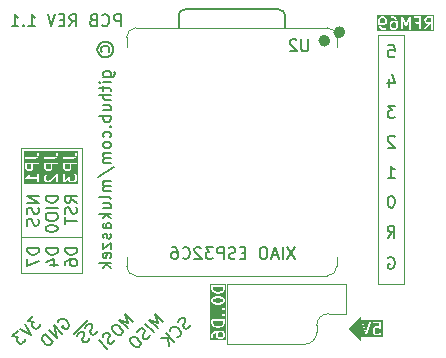
<source format=gbr>
%TF.GenerationSoftware,KiCad,Pcbnew,8.0.8*%
%TF.CreationDate,2025-03-02T22:10:18+01:00*%
%TF.ProjectId,RFM69HW Breakout,52464d36-3948-4572-9042-7265616b6f75,rev?*%
%TF.SameCoordinates,Original*%
%TF.FileFunction,Legend,Bot*%
%TF.FilePolarity,Positive*%
%FSLAX46Y46*%
G04 Gerber Fmt 4.6, Leading zero omitted, Abs format (unit mm)*
G04 Created by KiCad (PCBNEW 8.0.8) date 2025-03-02 22:10:18*
%MOMM*%
%LPD*%
G01*
G04 APERTURE LIST*
%ADD10C,0.100000*%
%ADD11C,0.150000*%
%ADD12C,0.127000*%
%ADD13C,0.504000*%
G04 APERTURE END LIST*
D10*
X169034215Y-110500000D02*
X168134215Y-109600000D01*
X169034215Y-108600000D01*
X169034215Y-110500000D01*
G36*
X169034215Y-110500000D02*
G01*
X168134215Y-109600000D01*
X169034215Y-108600000D01*
X169034215Y-110500000D01*
G37*
X145500000Y-101800000D02*
X140400000Y-101800000D01*
X167900000Y-108300000D02*
X167900000Y-107600000D01*
X170546000Y-84700000D02*
X172800000Y-84700000D01*
X172800000Y-105800000D01*
X170546000Y-105800000D01*
X170546000Y-84700000D01*
X165400000Y-109892893D02*
G75*
G02*
X164400000Y-110892900I-1000000J-7D01*
G01*
X140400000Y-94300000D02*
X145500000Y-94300000D01*
X145500000Y-104900000D01*
X140400000Y-104900000D01*
X140400000Y-94300000D01*
X157800000Y-110900000D02*
X157800000Y-105800000D01*
X166400000Y-108307107D02*
X167900000Y-108300000D01*
X167900000Y-105800000D02*
X167900000Y-107600000D01*
X157800000Y-105800000D02*
X167900000Y-105800000D01*
X165400000Y-109307107D02*
X165400000Y-109892893D01*
X164400000Y-110900000D02*
X157800000Y-110900000D01*
X165400000Y-109307107D02*
G75*
G02*
X166400000Y-108307100I1000000J7D01*
G01*
D11*
G36*
X171118793Y-83307077D02*
G01*
X171149200Y-83337484D01*
X171183458Y-83406000D01*
X171183458Y-83608685D01*
X171149200Y-83677201D01*
X171118793Y-83707608D01*
X171050277Y-83741866D01*
X170895211Y-83741866D01*
X170826695Y-83707608D01*
X170796288Y-83677201D01*
X170762030Y-83608685D01*
X170762030Y-83406000D01*
X170796288Y-83337484D01*
X170826695Y-83307077D01*
X170895211Y-83272819D01*
X171050277Y-83272819D01*
X171118793Y-83307077D01*
G37*
G36*
X172071174Y-83688029D02*
G01*
X172101581Y-83718436D01*
X172135839Y-83786952D01*
X172135839Y-83989637D01*
X172101580Y-84058153D01*
X172071173Y-84088561D01*
X172002658Y-84122819D01*
X171847592Y-84122819D01*
X171779076Y-84088561D01*
X171748669Y-84058153D01*
X171714411Y-83989637D01*
X171714411Y-83786952D01*
X171748669Y-83718436D01*
X171779076Y-83688029D01*
X171847592Y-83653771D01*
X172002658Y-83653771D01*
X172071174Y-83688029D01*
G37*
G36*
X175088220Y-83646628D02*
G01*
X174799973Y-83646628D01*
X174731457Y-83612370D01*
X174701050Y-83581963D01*
X174666792Y-83513447D01*
X174666792Y-83406000D01*
X174701050Y-83337484D01*
X174731457Y-83307077D01*
X174799973Y-83272819D01*
X175088220Y-83272819D01*
X175088220Y-83646628D01*
G37*
G36*
X175349331Y-84383930D02*
G01*
X170500919Y-84383930D01*
X170500919Y-83388295D01*
X170612030Y-83388295D01*
X170612030Y-83769247D01*
X170612281Y-83771800D01*
X170612119Y-83772893D01*
X170612928Y-83778366D01*
X170613471Y-83783879D01*
X170613893Y-83784900D01*
X170614269Y-83787437D01*
X170661888Y-83977913D01*
X170664968Y-83986535D01*
X170665328Y-83988352D01*
X170666206Y-83989999D01*
X170666835Y-83991759D01*
X170667938Y-83993247D01*
X170672245Y-84001326D01*
X170767483Y-84144183D01*
X170767516Y-84144223D01*
X170767526Y-84144247D01*
X170772102Y-84149823D01*
X170776799Y-84155558D01*
X170776820Y-84155572D01*
X170776853Y-84155612D01*
X170824472Y-84203232D01*
X170830221Y-84207950D01*
X170831522Y-84209450D01*
X170833781Y-84210872D01*
X170835838Y-84212560D01*
X170837665Y-84213317D01*
X170843965Y-84217282D01*
X170939203Y-84264901D01*
X170952934Y-84270156D01*
X170955623Y-84270347D01*
X170958112Y-84271378D01*
X170972744Y-84272819D01*
X171163220Y-84272819D01*
X171177852Y-84271378D01*
X171204888Y-84260179D01*
X171225580Y-84239487D01*
X171236779Y-84212451D01*
X171236779Y-84183187D01*
X171225580Y-84156151D01*
X171204888Y-84135459D01*
X171177852Y-84124260D01*
X171163220Y-84122819D01*
X170990449Y-84122819D01*
X170921933Y-84088561D01*
X170888171Y-84054798D01*
X170804259Y-83928929D01*
X170785735Y-83854833D01*
X170843965Y-83883948D01*
X170857696Y-83889203D01*
X170860385Y-83889394D01*
X170862874Y-83890425D01*
X170877506Y-83891866D01*
X171067982Y-83891866D01*
X171082614Y-83890425D01*
X171085103Y-83889393D01*
X171087791Y-83889203D01*
X171101523Y-83883948D01*
X171196761Y-83836329D01*
X171203060Y-83832364D01*
X171204888Y-83831607D01*
X171206944Y-83829918D01*
X171209204Y-83828497D01*
X171210503Y-83826998D01*
X171216253Y-83822280D01*
X171263872Y-83774661D01*
X171268314Y-83769247D01*
X171564411Y-83769247D01*
X171564411Y-84007342D01*
X171565852Y-84021974D01*
X171566883Y-84024463D01*
X171567074Y-84027151D01*
X171572329Y-84040883D01*
X171619948Y-84136121D01*
X171623911Y-84142417D01*
X171624669Y-84144247D01*
X171626358Y-84146305D01*
X171627780Y-84148564D01*
X171629278Y-84149863D01*
X171633996Y-84155612D01*
X171681615Y-84203232D01*
X171687364Y-84207950D01*
X171688665Y-84209450D01*
X171690924Y-84210872D01*
X171692981Y-84212560D01*
X171694808Y-84213317D01*
X171701108Y-84217282D01*
X171796346Y-84264901D01*
X171810077Y-84270156D01*
X171812766Y-84270347D01*
X171815255Y-84271378D01*
X171829887Y-84272819D01*
X172020363Y-84272819D01*
X172034995Y-84271378D01*
X172037484Y-84270346D01*
X172040172Y-84270156D01*
X172053904Y-84264901D01*
X172149142Y-84217282D01*
X172155441Y-84213317D01*
X172157269Y-84212560D01*
X172159325Y-84210872D01*
X172161585Y-84209450D01*
X172162885Y-84207950D01*
X172168635Y-84203232D01*
X172216253Y-84155613D01*
X172220971Y-84149863D01*
X172222470Y-84148564D01*
X172223891Y-84146305D01*
X172225581Y-84144247D01*
X172226338Y-84142417D01*
X172230302Y-84136121D01*
X172277921Y-84040883D01*
X172283176Y-84027152D01*
X172283367Y-84024462D01*
X172284398Y-84021974D01*
X172285839Y-84007342D01*
X172285839Y-83626390D01*
X172285587Y-83623836D01*
X172285750Y-83622744D01*
X172284940Y-83617270D01*
X172284398Y-83611758D01*
X172283975Y-83610736D01*
X172283600Y-83608200D01*
X172235981Y-83417724D01*
X172232899Y-83409100D01*
X172232541Y-83407286D01*
X172231663Y-83405640D01*
X172231034Y-83403878D01*
X172229928Y-83402386D01*
X172225624Y-83394312D01*
X172130386Y-83251454D01*
X172130351Y-83251411D01*
X172130342Y-83251389D01*
X172125853Y-83245920D01*
X172121070Y-83240079D01*
X172121048Y-83240064D01*
X172121015Y-83240024D01*
X172078810Y-83197819D01*
X172564411Y-83197819D01*
X172564411Y-84197819D01*
X172565852Y-84212451D01*
X172577051Y-84239487D01*
X172597743Y-84260179D01*
X172624779Y-84271378D01*
X172654043Y-84271378D01*
X172681079Y-84260179D01*
X172701771Y-84239487D01*
X172712970Y-84212451D01*
X172714411Y-84197819D01*
X172714411Y-83535886D01*
X172904780Y-83943821D01*
X172907954Y-83949180D01*
X172908614Y-83950993D01*
X172909788Y-83952275D01*
X172912274Y-83956471D01*
X172920683Y-83964171D01*
X172928378Y-83972574D01*
X172931396Y-83973982D01*
X172933855Y-83976234D01*
X172944567Y-83980129D01*
X172954896Y-83984950D01*
X172958224Y-83985096D01*
X172961356Y-83986235D01*
X172972750Y-83985734D01*
X172984132Y-83986234D01*
X172987260Y-83985096D01*
X172990592Y-83984950D01*
X173000927Y-83980126D01*
X173011633Y-83976234D01*
X173014088Y-83973984D01*
X173017110Y-83972575D01*
X173024811Y-83964164D01*
X173033214Y-83956470D01*
X173035697Y-83952277D01*
X173036874Y-83950993D01*
X173037534Y-83949177D01*
X173040708Y-83943820D01*
X173231077Y-83535886D01*
X173231077Y-84197819D01*
X173232518Y-84212451D01*
X173243717Y-84239487D01*
X173264409Y-84260179D01*
X173291445Y-84271378D01*
X173320709Y-84271378D01*
X173347745Y-84260179D01*
X173368437Y-84239487D01*
X173379636Y-84212451D01*
X173381077Y-84197819D01*
X173381077Y-83197819D01*
X173380129Y-83188197D01*
X173380207Y-83186431D01*
X173379862Y-83185482D01*
X173379636Y-83183187D01*
X173613471Y-83183187D01*
X173613471Y-83212451D01*
X173624670Y-83239487D01*
X173645362Y-83260179D01*
X173672398Y-83271378D01*
X173687030Y-83272819D01*
X174088220Y-83272819D01*
X174088220Y-83599009D01*
X173829887Y-83599009D01*
X173815255Y-83600450D01*
X173788219Y-83611649D01*
X173767527Y-83632341D01*
X173756328Y-83659377D01*
X173756328Y-83688641D01*
X173767527Y-83715677D01*
X173788219Y-83736369D01*
X173815255Y-83747568D01*
X173829887Y-83749009D01*
X174088220Y-83749009D01*
X174088220Y-84197819D01*
X174089661Y-84212451D01*
X174100860Y-84239487D01*
X174121552Y-84260179D01*
X174148588Y-84271378D01*
X174177852Y-84271378D01*
X174204888Y-84260179D01*
X174225580Y-84239487D01*
X174236779Y-84212451D01*
X174238220Y-84197819D01*
X174238220Y-83388295D01*
X174516792Y-83388295D01*
X174516792Y-83531152D01*
X174518233Y-83545784D01*
X174519264Y-83548273D01*
X174519455Y-83550961D01*
X174524710Y-83564693D01*
X174572329Y-83659931D01*
X174576293Y-83666230D01*
X174577051Y-83668058D01*
X174578739Y-83670114D01*
X174580161Y-83672374D01*
X174581659Y-83673673D01*
X174586378Y-83679423D01*
X174633997Y-83727042D01*
X174639746Y-83731760D01*
X174641046Y-83733259D01*
X174643305Y-83734680D01*
X174645362Y-83736369D01*
X174647189Y-83737126D01*
X174653489Y-83741091D01*
X174748727Y-83788710D01*
X174762458Y-83793965D01*
X174765147Y-83794156D01*
X174767636Y-83795187D01*
X174781153Y-83796518D01*
X174530350Y-84154809D01*
X174523139Y-84167623D01*
X174516810Y-84196194D01*
X174521895Y-84225011D01*
X174537622Y-84249690D01*
X174561596Y-84266472D01*
X174590167Y-84272801D01*
X174618984Y-84267716D01*
X174643663Y-84251989D01*
X174653234Y-84240829D01*
X174964174Y-83796628D01*
X175088220Y-83796628D01*
X175088220Y-84197819D01*
X175089661Y-84212451D01*
X175100860Y-84239487D01*
X175121552Y-84260179D01*
X175148588Y-84271378D01*
X175177852Y-84271378D01*
X175204888Y-84260179D01*
X175225580Y-84239487D01*
X175236779Y-84212451D01*
X175238220Y-84197819D01*
X175238220Y-83197819D01*
X175236779Y-83183187D01*
X175225580Y-83156151D01*
X175204888Y-83135459D01*
X175177852Y-83124260D01*
X175163220Y-83122819D01*
X174782268Y-83122819D01*
X174767636Y-83124260D01*
X174765147Y-83125290D01*
X174762458Y-83125482D01*
X174748727Y-83130737D01*
X174653489Y-83178356D01*
X174647189Y-83182320D01*
X174645362Y-83183078D01*
X174643305Y-83184766D01*
X174641046Y-83186188D01*
X174639746Y-83187686D01*
X174633997Y-83192405D01*
X174586378Y-83240024D01*
X174581659Y-83245773D01*
X174580161Y-83247073D01*
X174578739Y-83249332D01*
X174577051Y-83251389D01*
X174576293Y-83253216D01*
X174572329Y-83259516D01*
X174524710Y-83354754D01*
X174519455Y-83368486D01*
X174519264Y-83371173D01*
X174518233Y-83373663D01*
X174516792Y-83388295D01*
X174238220Y-83388295D01*
X174238220Y-83197819D01*
X174236779Y-83183187D01*
X174225580Y-83156151D01*
X174204888Y-83135459D01*
X174177852Y-83124260D01*
X174163220Y-83122819D01*
X173687030Y-83122819D01*
X173672398Y-83124260D01*
X173645362Y-83135459D01*
X173624670Y-83156151D01*
X173613471Y-83183187D01*
X173379636Y-83183187D01*
X173374654Y-83171160D01*
X173370207Y-83158930D01*
X173369077Y-83157696D01*
X173368437Y-83156151D01*
X173359237Y-83146951D01*
X173350443Y-83137348D01*
X173348926Y-83136640D01*
X173347745Y-83135459D01*
X173335732Y-83130482D01*
X173323925Y-83124973D01*
X173322252Y-83124899D01*
X173320709Y-83124260D01*
X173307703Y-83124260D01*
X173294689Y-83123688D01*
X173293116Y-83124260D01*
X173291445Y-83124260D01*
X173279426Y-83129238D01*
X173267188Y-83133689D01*
X173265954Y-83134819D01*
X173264409Y-83135459D01*
X173255210Y-83144657D01*
X173245607Y-83153452D01*
X173244431Y-83155436D01*
X173243717Y-83156151D01*
X173243040Y-83157784D01*
X173238113Y-83166102D01*
X172972743Y-83734750D01*
X172707375Y-83166103D01*
X172702449Y-83157787D01*
X172701771Y-83156151D01*
X172701055Y-83155435D01*
X172699881Y-83153453D01*
X172690284Y-83144664D01*
X172681079Y-83135459D01*
X172679533Y-83134818D01*
X172678300Y-83133689D01*
X172666069Y-83129241D01*
X172654043Y-83124260D01*
X172652369Y-83124260D01*
X172650799Y-83123689D01*
X172637798Y-83124260D01*
X172624779Y-83124260D01*
X172623234Y-83124899D01*
X172621563Y-83124973D01*
X172609764Y-83130479D01*
X172597743Y-83135459D01*
X172596560Y-83136641D01*
X172595045Y-83137349D01*
X172586256Y-83146945D01*
X172577051Y-83156151D01*
X172576410Y-83157696D01*
X172575281Y-83158930D01*
X172570833Y-83171160D01*
X172565852Y-83183187D01*
X172565625Y-83185482D01*
X172565281Y-83186431D01*
X172565358Y-83188197D01*
X172564411Y-83197819D01*
X172078810Y-83197819D01*
X172073396Y-83192405D01*
X172067646Y-83187686D01*
X172066347Y-83186188D01*
X172064087Y-83184766D01*
X172062031Y-83183078D01*
X172060203Y-83182320D01*
X172053904Y-83178356D01*
X171958666Y-83130737D01*
X171944934Y-83125482D01*
X171942246Y-83125291D01*
X171939757Y-83124260D01*
X171925125Y-83122819D01*
X171734649Y-83122819D01*
X171720017Y-83124260D01*
X171692981Y-83135459D01*
X171672289Y-83156151D01*
X171661090Y-83183187D01*
X171661090Y-83212451D01*
X171672289Y-83239487D01*
X171692981Y-83260179D01*
X171720017Y-83271378D01*
X171734649Y-83272819D01*
X171907420Y-83272819D01*
X171975936Y-83307077D01*
X172009696Y-83340837D01*
X172093610Y-83466708D01*
X172112134Y-83540804D01*
X172053904Y-83511689D01*
X172040172Y-83506434D01*
X172037484Y-83506243D01*
X172034995Y-83505212D01*
X172020363Y-83503771D01*
X171829887Y-83503771D01*
X171815255Y-83505212D01*
X171812766Y-83506242D01*
X171810077Y-83506434D01*
X171796346Y-83511689D01*
X171701108Y-83559308D01*
X171694808Y-83563272D01*
X171692981Y-83564030D01*
X171690924Y-83565718D01*
X171688665Y-83567140D01*
X171687365Y-83568638D01*
X171681616Y-83573357D01*
X171633997Y-83620976D01*
X171629278Y-83626725D01*
X171627780Y-83628025D01*
X171626358Y-83630284D01*
X171624670Y-83632341D01*
X171623912Y-83634168D01*
X171619948Y-83640468D01*
X171572329Y-83735706D01*
X171567074Y-83749438D01*
X171566883Y-83752125D01*
X171565852Y-83754615D01*
X171564411Y-83769247D01*
X171268314Y-83769247D01*
X171268590Y-83768911D01*
X171270089Y-83767612D01*
X171271510Y-83765352D01*
X171273199Y-83763296D01*
X171273956Y-83761468D01*
X171277921Y-83755169D01*
X171325540Y-83659931D01*
X171330795Y-83646200D01*
X171330986Y-83643510D01*
X171332017Y-83641022D01*
X171333458Y-83626390D01*
X171333458Y-83388295D01*
X171332017Y-83373663D01*
X171330986Y-83371174D01*
X171330795Y-83368485D01*
X171325540Y-83354754D01*
X171277921Y-83259516D01*
X171273956Y-83253216D01*
X171273199Y-83251389D01*
X171271510Y-83249332D01*
X171270089Y-83247073D01*
X171268590Y-83245773D01*
X171263872Y-83240024D01*
X171216253Y-83192405D01*
X171210503Y-83187686D01*
X171209204Y-83186188D01*
X171206944Y-83184766D01*
X171204888Y-83183078D01*
X171203060Y-83182320D01*
X171196761Y-83178356D01*
X171101523Y-83130737D01*
X171087791Y-83125482D01*
X171085103Y-83125291D01*
X171082614Y-83124260D01*
X171067982Y-83122819D01*
X170877506Y-83122819D01*
X170862874Y-83124260D01*
X170860385Y-83125290D01*
X170857696Y-83125482D01*
X170843965Y-83130737D01*
X170748727Y-83178356D01*
X170742427Y-83182320D01*
X170740600Y-83183078D01*
X170738543Y-83184766D01*
X170736284Y-83186188D01*
X170734984Y-83187686D01*
X170729235Y-83192405D01*
X170681616Y-83240024D01*
X170676897Y-83245773D01*
X170675399Y-83247073D01*
X170673977Y-83249332D01*
X170672289Y-83251389D01*
X170671531Y-83253216D01*
X170667567Y-83259516D01*
X170619948Y-83354754D01*
X170614693Y-83368486D01*
X170614502Y-83371173D01*
X170613471Y-83373663D01*
X170612030Y-83388295D01*
X170500919Y-83388295D01*
X170500919Y-83011708D01*
X175349331Y-83011708D01*
X175349331Y-84383930D01*
G37*
X143491984Y-108997041D02*
X143525656Y-108896026D01*
X143525656Y-108896026D02*
X143626671Y-108795010D01*
X143626671Y-108795010D02*
X143761358Y-108727667D01*
X143761358Y-108727667D02*
X143896046Y-108727667D01*
X143896046Y-108727667D02*
X143997061Y-108761339D01*
X143997061Y-108761339D02*
X144165420Y-108862354D01*
X144165420Y-108862354D02*
X144266435Y-108963369D01*
X144266435Y-108963369D02*
X144367450Y-109131728D01*
X144367450Y-109131728D02*
X144401122Y-109232743D01*
X144401122Y-109232743D02*
X144401122Y-109367430D01*
X144401122Y-109367430D02*
X144333778Y-109502117D01*
X144333778Y-109502117D02*
X144266435Y-109569461D01*
X144266435Y-109569461D02*
X144131748Y-109636804D01*
X144131748Y-109636804D02*
X144064404Y-109636804D01*
X144064404Y-109636804D02*
X143828702Y-109401102D01*
X143828702Y-109401102D02*
X143963389Y-109266415D01*
X143828702Y-110007193D02*
X143121595Y-109300087D01*
X143121595Y-109300087D02*
X143424641Y-110411254D01*
X143424641Y-110411254D02*
X142717534Y-109704148D01*
X143087924Y-110747972D02*
X142380817Y-110040865D01*
X142380817Y-110040865D02*
X142212458Y-110209224D01*
X142212458Y-110209224D02*
X142145114Y-110343911D01*
X142145114Y-110343911D02*
X142145114Y-110478598D01*
X142145114Y-110478598D02*
X142178786Y-110579613D01*
X142178786Y-110579613D02*
X142279801Y-110747972D01*
X142279801Y-110747972D02*
X142380817Y-110848987D01*
X142380817Y-110848987D02*
X142549175Y-110950002D01*
X142549175Y-110950002D02*
X142650191Y-110983674D01*
X142650191Y-110983674D02*
X142784878Y-110983674D01*
X142784878Y-110983674D02*
X142919565Y-110916331D01*
X142919565Y-110916331D02*
X143087924Y-110747972D01*
X141849931Y-98336779D02*
X140849931Y-98336779D01*
X140849931Y-98336779D02*
X141849931Y-98908207D01*
X141849931Y-98908207D02*
X140849931Y-98908207D01*
X141802312Y-99336779D02*
X141849931Y-99479636D01*
X141849931Y-99479636D02*
X141849931Y-99717731D01*
X141849931Y-99717731D02*
X141802312Y-99812969D01*
X141802312Y-99812969D02*
X141754692Y-99860588D01*
X141754692Y-99860588D02*
X141659454Y-99908207D01*
X141659454Y-99908207D02*
X141564216Y-99908207D01*
X141564216Y-99908207D02*
X141468978Y-99860588D01*
X141468978Y-99860588D02*
X141421359Y-99812969D01*
X141421359Y-99812969D02*
X141373740Y-99717731D01*
X141373740Y-99717731D02*
X141326121Y-99527255D01*
X141326121Y-99527255D02*
X141278502Y-99432017D01*
X141278502Y-99432017D02*
X141230883Y-99384398D01*
X141230883Y-99384398D02*
X141135645Y-99336779D01*
X141135645Y-99336779D02*
X141040407Y-99336779D01*
X141040407Y-99336779D02*
X140945169Y-99384398D01*
X140945169Y-99384398D02*
X140897550Y-99432017D01*
X140897550Y-99432017D02*
X140849931Y-99527255D01*
X140849931Y-99527255D02*
X140849931Y-99765350D01*
X140849931Y-99765350D02*
X140897550Y-99908207D01*
X141802312Y-100289160D02*
X141849931Y-100432017D01*
X141849931Y-100432017D02*
X141849931Y-100670112D01*
X141849931Y-100670112D02*
X141802312Y-100765350D01*
X141802312Y-100765350D02*
X141754692Y-100812969D01*
X141754692Y-100812969D02*
X141659454Y-100860588D01*
X141659454Y-100860588D02*
X141564216Y-100860588D01*
X141564216Y-100860588D02*
X141468978Y-100812969D01*
X141468978Y-100812969D02*
X141421359Y-100765350D01*
X141421359Y-100765350D02*
X141373740Y-100670112D01*
X141373740Y-100670112D02*
X141326121Y-100479636D01*
X141326121Y-100479636D02*
X141278502Y-100384398D01*
X141278502Y-100384398D02*
X141230883Y-100336779D01*
X141230883Y-100336779D02*
X141135645Y-100289160D01*
X141135645Y-100289160D02*
X141040407Y-100289160D01*
X141040407Y-100289160D02*
X140945169Y-100336779D01*
X140945169Y-100336779D02*
X140897550Y-100384398D01*
X140897550Y-100384398D02*
X140849931Y-100479636D01*
X140849931Y-100479636D02*
X140849931Y-100717731D01*
X140849931Y-100717731D02*
X140897550Y-100860588D01*
X143459875Y-98336779D02*
X142459875Y-98336779D01*
X142459875Y-98336779D02*
X142459875Y-98574874D01*
X142459875Y-98574874D02*
X142507494Y-98717731D01*
X142507494Y-98717731D02*
X142602732Y-98812969D01*
X142602732Y-98812969D02*
X142697970Y-98860588D01*
X142697970Y-98860588D02*
X142888446Y-98908207D01*
X142888446Y-98908207D02*
X143031303Y-98908207D01*
X143031303Y-98908207D02*
X143221779Y-98860588D01*
X143221779Y-98860588D02*
X143317017Y-98812969D01*
X143317017Y-98812969D02*
X143412256Y-98717731D01*
X143412256Y-98717731D02*
X143459875Y-98574874D01*
X143459875Y-98574874D02*
X143459875Y-98336779D01*
X143459875Y-99336779D02*
X142459875Y-99336779D01*
X142459875Y-100003445D02*
X142459875Y-100193921D01*
X142459875Y-100193921D02*
X142507494Y-100289159D01*
X142507494Y-100289159D02*
X142602732Y-100384397D01*
X142602732Y-100384397D02*
X142793208Y-100432016D01*
X142793208Y-100432016D02*
X143126541Y-100432016D01*
X143126541Y-100432016D02*
X143317017Y-100384397D01*
X143317017Y-100384397D02*
X143412256Y-100289159D01*
X143412256Y-100289159D02*
X143459875Y-100193921D01*
X143459875Y-100193921D02*
X143459875Y-100003445D01*
X143459875Y-100003445D02*
X143412256Y-99908207D01*
X143412256Y-99908207D02*
X143317017Y-99812969D01*
X143317017Y-99812969D02*
X143126541Y-99765350D01*
X143126541Y-99765350D02*
X142793208Y-99765350D01*
X142793208Y-99765350D02*
X142602732Y-99812969D01*
X142602732Y-99812969D02*
X142507494Y-99908207D01*
X142507494Y-99908207D02*
X142459875Y-100003445D01*
X142459875Y-101051064D02*
X142459875Y-101146302D01*
X142459875Y-101146302D02*
X142507494Y-101241540D01*
X142507494Y-101241540D02*
X142555113Y-101289159D01*
X142555113Y-101289159D02*
X142650351Y-101336778D01*
X142650351Y-101336778D02*
X142840827Y-101384397D01*
X142840827Y-101384397D02*
X143078922Y-101384397D01*
X143078922Y-101384397D02*
X143269398Y-101336778D01*
X143269398Y-101336778D02*
X143364636Y-101289159D01*
X143364636Y-101289159D02*
X143412256Y-101241540D01*
X143412256Y-101241540D02*
X143459875Y-101146302D01*
X143459875Y-101146302D02*
X143459875Y-101051064D01*
X143459875Y-101051064D02*
X143412256Y-100955826D01*
X143412256Y-100955826D02*
X143364636Y-100908207D01*
X143364636Y-100908207D02*
X143269398Y-100860588D01*
X143269398Y-100860588D02*
X143078922Y-100812969D01*
X143078922Y-100812969D02*
X142840827Y-100812969D01*
X142840827Y-100812969D02*
X142650351Y-100860588D01*
X142650351Y-100860588D02*
X142555113Y-100908207D01*
X142555113Y-100908207D02*
X142507494Y-100955826D01*
X142507494Y-100955826D02*
X142459875Y-101051064D01*
X145069819Y-98908207D02*
X144593628Y-98574874D01*
X145069819Y-98336779D02*
X144069819Y-98336779D01*
X144069819Y-98336779D02*
X144069819Y-98717731D01*
X144069819Y-98717731D02*
X144117438Y-98812969D01*
X144117438Y-98812969D02*
X144165057Y-98860588D01*
X144165057Y-98860588D02*
X144260295Y-98908207D01*
X144260295Y-98908207D02*
X144403152Y-98908207D01*
X144403152Y-98908207D02*
X144498390Y-98860588D01*
X144498390Y-98860588D02*
X144546009Y-98812969D01*
X144546009Y-98812969D02*
X144593628Y-98717731D01*
X144593628Y-98717731D02*
X144593628Y-98336779D01*
X145022200Y-99289160D02*
X145069819Y-99432017D01*
X145069819Y-99432017D02*
X145069819Y-99670112D01*
X145069819Y-99670112D02*
X145022200Y-99765350D01*
X145022200Y-99765350D02*
X144974580Y-99812969D01*
X144974580Y-99812969D02*
X144879342Y-99860588D01*
X144879342Y-99860588D02*
X144784104Y-99860588D01*
X144784104Y-99860588D02*
X144688866Y-99812969D01*
X144688866Y-99812969D02*
X144641247Y-99765350D01*
X144641247Y-99765350D02*
X144593628Y-99670112D01*
X144593628Y-99670112D02*
X144546009Y-99479636D01*
X144546009Y-99479636D02*
X144498390Y-99384398D01*
X144498390Y-99384398D02*
X144450771Y-99336779D01*
X144450771Y-99336779D02*
X144355533Y-99289160D01*
X144355533Y-99289160D02*
X144260295Y-99289160D01*
X144260295Y-99289160D02*
X144165057Y-99336779D01*
X144165057Y-99336779D02*
X144117438Y-99384398D01*
X144117438Y-99384398D02*
X144069819Y-99479636D01*
X144069819Y-99479636D02*
X144069819Y-99717731D01*
X144069819Y-99717731D02*
X144117438Y-99860588D01*
X144069819Y-100146303D02*
X144069819Y-100717731D01*
X145069819Y-100432017D02*
X144069819Y-100432017D01*
X141899931Y-102736779D02*
X140899931Y-102736779D01*
X140899931Y-102736779D02*
X140899931Y-102974874D01*
X140899931Y-102974874D02*
X140947550Y-103117731D01*
X140947550Y-103117731D02*
X141042788Y-103212969D01*
X141042788Y-103212969D02*
X141138026Y-103260588D01*
X141138026Y-103260588D02*
X141328502Y-103308207D01*
X141328502Y-103308207D02*
X141471359Y-103308207D01*
X141471359Y-103308207D02*
X141661835Y-103260588D01*
X141661835Y-103260588D02*
X141757073Y-103212969D01*
X141757073Y-103212969D02*
X141852312Y-103117731D01*
X141852312Y-103117731D02*
X141899931Y-102974874D01*
X141899931Y-102974874D02*
X141899931Y-102736779D01*
X140899931Y-103641541D02*
X140899931Y-104308207D01*
X140899931Y-104308207D02*
X141899931Y-103879636D01*
X143509875Y-102736779D02*
X142509875Y-102736779D01*
X142509875Y-102736779D02*
X142509875Y-102974874D01*
X142509875Y-102974874D02*
X142557494Y-103117731D01*
X142557494Y-103117731D02*
X142652732Y-103212969D01*
X142652732Y-103212969D02*
X142747970Y-103260588D01*
X142747970Y-103260588D02*
X142938446Y-103308207D01*
X142938446Y-103308207D02*
X143081303Y-103308207D01*
X143081303Y-103308207D02*
X143271779Y-103260588D01*
X143271779Y-103260588D02*
X143367017Y-103212969D01*
X143367017Y-103212969D02*
X143462256Y-103117731D01*
X143462256Y-103117731D02*
X143509875Y-102974874D01*
X143509875Y-102974874D02*
X143509875Y-102736779D01*
X142843208Y-104165350D02*
X143509875Y-104165350D01*
X142462256Y-103927255D02*
X143176541Y-103689160D01*
X143176541Y-103689160D02*
X143176541Y-104308207D01*
X145119819Y-102736779D02*
X144119819Y-102736779D01*
X144119819Y-102736779D02*
X144119819Y-102974874D01*
X144119819Y-102974874D02*
X144167438Y-103117731D01*
X144167438Y-103117731D02*
X144262676Y-103212969D01*
X144262676Y-103212969D02*
X144357914Y-103260588D01*
X144357914Y-103260588D02*
X144548390Y-103308207D01*
X144548390Y-103308207D02*
X144691247Y-103308207D01*
X144691247Y-103308207D02*
X144881723Y-103260588D01*
X144881723Y-103260588D02*
X144976961Y-103212969D01*
X144976961Y-103212969D02*
X145072200Y-103117731D01*
X145072200Y-103117731D02*
X145119819Y-102974874D01*
X145119819Y-102974874D02*
X145119819Y-102736779D01*
X144119819Y-104165350D02*
X144119819Y-103974874D01*
X144119819Y-103974874D02*
X144167438Y-103879636D01*
X144167438Y-103879636D02*
X144215057Y-103832017D01*
X144215057Y-103832017D02*
X144357914Y-103736779D01*
X144357914Y-103736779D02*
X144548390Y-103689160D01*
X144548390Y-103689160D02*
X144929342Y-103689160D01*
X144929342Y-103689160D02*
X145024580Y-103736779D01*
X145024580Y-103736779D02*
X145072200Y-103784398D01*
X145072200Y-103784398D02*
X145119819Y-103879636D01*
X145119819Y-103879636D02*
X145119819Y-104070112D01*
X145119819Y-104070112D02*
X145072200Y-104165350D01*
X145072200Y-104165350D02*
X145024580Y-104212969D01*
X145024580Y-104212969D02*
X144929342Y-104260588D01*
X144929342Y-104260588D02*
X144691247Y-104260588D01*
X144691247Y-104260588D02*
X144596009Y-104212969D01*
X144596009Y-104212969D02*
X144548390Y-104165350D01*
X144548390Y-104165350D02*
X144500771Y-104070112D01*
X144500771Y-104070112D02*
X144500771Y-103879636D01*
X144500771Y-103879636D02*
X144548390Y-103784398D01*
X144548390Y-103784398D02*
X144596009Y-103736779D01*
X144596009Y-103736779D02*
X144691247Y-103689160D01*
G36*
X170979395Y-110255406D02*
G01*
X169084303Y-110255406D01*
X169084303Y-109078675D01*
X169195414Y-109078675D01*
X169198674Y-109093012D01*
X169532007Y-110093012D01*
X169538001Y-110106437D01*
X169541511Y-110110484D01*
X169543908Y-110115278D01*
X169551016Y-110121443D01*
X169557175Y-110128544D01*
X169561964Y-110130938D01*
X169566015Y-110134452D01*
X169574940Y-110137426D01*
X169583348Y-110141631D01*
X169588692Y-110142010D01*
X169593778Y-110143706D01*
X169603158Y-110143039D01*
X169612538Y-110143706D01*
X169617623Y-110142010D01*
X169622968Y-110141631D01*
X169631378Y-110137425D01*
X169640300Y-110134452D01*
X169644347Y-110130941D01*
X169649141Y-110128545D01*
X169655304Y-110121439D01*
X169662408Y-110115278D01*
X169664803Y-110110486D01*
X169668315Y-110106438D01*
X169674309Y-110093012D01*
X169825072Y-109640723D01*
X170147206Y-109640723D01*
X170147206Y-109878818D01*
X170148647Y-109893450D01*
X170149678Y-109895939D01*
X170149869Y-109898627D01*
X170155124Y-109912359D01*
X170202743Y-110007597D01*
X170206706Y-110013893D01*
X170207464Y-110015723D01*
X170209153Y-110017781D01*
X170210575Y-110020040D01*
X170212073Y-110021339D01*
X170216791Y-110027088D01*
X170264410Y-110074708D01*
X170270159Y-110079426D01*
X170271460Y-110080926D01*
X170273719Y-110082348D01*
X170275776Y-110084036D01*
X170277603Y-110084793D01*
X170283903Y-110088758D01*
X170379141Y-110136377D01*
X170392872Y-110141632D01*
X170395561Y-110141823D01*
X170398050Y-110142854D01*
X170412682Y-110144295D01*
X170650777Y-110144295D01*
X170665409Y-110142854D01*
X170667898Y-110141822D01*
X170670586Y-110141632D01*
X170684318Y-110136377D01*
X170779556Y-110088758D01*
X170785855Y-110084793D01*
X170787683Y-110084036D01*
X170789739Y-110082348D01*
X170791999Y-110080926D01*
X170793299Y-110079426D01*
X170799049Y-110074708D01*
X170846667Y-110027089D01*
X170855995Y-110015723D01*
X170867193Y-109988687D01*
X170867193Y-109959424D01*
X170855994Y-109932388D01*
X170835301Y-109911695D01*
X170808265Y-109900497D01*
X170779002Y-109900497D01*
X170751966Y-109911696D01*
X170740600Y-109921024D01*
X170701587Y-109960037D01*
X170633072Y-109994295D01*
X170430387Y-109994295D01*
X170361871Y-109960037D01*
X170331464Y-109929629D01*
X170297206Y-109861113D01*
X170297206Y-109658428D01*
X170331464Y-109589912D01*
X170361871Y-109559505D01*
X170430387Y-109525247D01*
X170633072Y-109525247D01*
X170701588Y-109559505D01*
X170740601Y-109598518D01*
X170751966Y-109607845D01*
X170755454Y-109609290D01*
X170758378Y-109611682D01*
X170768875Y-109614849D01*
X170779002Y-109619044D01*
X170782778Y-109619044D01*
X170786394Y-109620135D01*
X170797304Y-109619044D01*
X170808265Y-109619044D01*
X170811753Y-109617598D01*
X170815513Y-109617223D01*
X170825176Y-109612038D01*
X170835301Y-109607845D01*
X170837971Y-109605174D01*
X170841300Y-109603389D01*
X170848245Y-109594900D01*
X170855994Y-109587152D01*
X170857438Y-109583665D01*
X170859831Y-109580741D01*
X170862999Y-109570240D01*
X170867193Y-109560116D01*
X170867193Y-109556340D01*
X170868284Y-109552725D01*
X170868262Y-109538022D01*
X170820643Y-109061832D01*
X170819574Y-109056499D01*
X170819574Y-109054663D01*
X170818860Y-109052940D01*
X170817753Y-109047416D01*
X170812570Y-109037756D01*
X170808375Y-109027627D01*
X170805703Y-109024955D01*
X170803919Y-109021629D01*
X170795436Y-109014688D01*
X170787683Y-109006935D01*
X170784194Y-109005489D01*
X170781271Y-109003098D01*
X170770773Y-108999930D01*
X170760647Y-108995736D01*
X170755041Y-108995183D01*
X170753255Y-108994645D01*
X170751426Y-108994827D01*
X170746015Y-108994295D01*
X170269825Y-108994295D01*
X170255193Y-108995736D01*
X170228157Y-109006935D01*
X170207465Y-109027627D01*
X170196266Y-109054663D01*
X170196266Y-109083927D01*
X170207465Y-109110963D01*
X170228157Y-109131655D01*
X170255193Y-109142854D01*
X170269825Y-109144295D01*
X170678141Y-109144295D01*
X170702959Y-109392485D01*
X170684318Y-109383165D01*
X170670586Y-109377910D01*
X170667898Y-109377719D01*
X170665409Y-109376688D01*
X170650777Y-109375247D01*
X170412682Y-109375247D01*
X170398050Y-109376688D01*
X170395561Y-109377718D01*
X170392872Y-109377910D01*
X170379141Y-109383165D01*
X170283903Y-109430784D01*
X170277603Y-109434748D01*
X170275776Y-109435506D01*
X170273719Y-109437194D01*
X170271460Y-109438616D01*
X170270160Y-109440114D01*
X170264411Y-109444833D01*
X170216792Y-109492452D01*
X170212073Y-109498201D01*
X170210575Y-109499501D01*
X170209153Y-109501760D01*
X170207465Y-109503817D01*
X170206707Y-109505644D01*
X170202743Y-109511944D01*
X170155124Y-109607182D01*
X170149869Y-109620914D01*
X170149678Y-109623601D01*
X170148647Y-109626091D01*
X170147206Y-109640723D01*
X169825072Y-109640723D01*
X170007642Y-109093012D01*
X170010902Y-109078676D01*
X170008827Y-109049486D01*
X169995741Y-109023312D01*
X169973633Y-109004138D01*
X169945871Y-108994884D01*
X169916681Y-108996959D01*
X169890508Y-109010046D01*
X169871334Y-109032153D01*
X169865340Y-109045578D01*
X169603158Y-109832124D01*
X169340976Y-109045578D01*
X169334982Y-109032152D01*
X169315808Y-109010045D01*
X169289635Y-108996959D01*
X169260445Y-108994884D01*
X169232682Y-109004138D01*
X169210575Y-109023312D01*
X169197489Y-109049485D01*
X169195414Y-109078675D01*
X169084303Y-109078675D01*
X169084303Y-108883184D01*
X170979395Y-108883184D01*
X170979395Y-110255406D01*
G37*
G36*
X157410173Y-109927139D02*
G01*
X157440581Y-109957546D01*
X157474839Y-110026062D01*
X157474839Y-110181128D01*
X157440581Y-110249643D01*
X157410173Y-110280050D01*
X157341657Y-110314309D01*
X157138972Y-110314309D01*
X157070456Y-110280051D01*
X157040049Y-110249644D01*
X157005791Y-110181128D01*
X157005791Y-110026062D01*
X157040049Y-109957546D01*
X157070456Y-109927139D01*
X157138972Y-109892881D01*
X157341657Y-109892881D01*
X157410173Y-109927139D01*
G37*
G36*
X157474839Y-109091425D02*
G01*
X157436668Y-109205937D01*
X157362554Y-109280050D01*
X157285567Y-109318544D01*
X157112033Y-109361928D01*
X156987644Y-109361928D01*
X156814110Y-109318544D01*
X156737123Y-109280051D01*
X156663010Y-109205938D01*
X156624839Y-109091424D01*
X156624839Y-108940500D01*
X157474839Y-108940500D01*
X157474839Y-109091425D01*
G37*
G36*
X157333186Y-107031503D02*
G01*
X157410173Y-107069997D01*
X157440581Y-107100404D01*
X157474839Y-107168920D01*
X157474839Y-107228748D01*
X157440581Y-107297263D01*
X157410173Y-107327670D01*
X157333186Y-107366164D01*
X157159652Y-107409548D01*
X156940025Y-107409548D01*
X156766491Y-107366164D01*
X156689504Y-107327671D01*
X156659097Y-107297264D01*
X156624839Y-107228748D01*
X156624839Y-107168920D01*
X156659097Y-107100404D01*
X156689504Y-107069997D01*
X156766491Y-107031503D01*
X156940025Y-106988120D01*
X157159652Y-106988120D01*
X157333186Y-107031503D01*
G37*
G36*
X157474839Y-106186664D02*
G01*
X157436668Y-106301176D01*
X157362554Y-106375289D01*
X157285567Y-106413783D01*
X157112033Y-106457167D01*
X156987644Y-106457167D01*
X156814110Y-106413783D01*
X156737123Y-106375290D01*
X156663010Y-106301177D01*
X156624839Y-106186663D01*
X156624839Y-106035739D01*
X157474839Y-106035739D01*
X157474839Y-106186664D01*
G37*
G36*
X157735950Y-110575420D02*
G01*
X156363728Y-110575420D01*
X156363728Y-110103595D01*
X156474839Y-110103595D01*
X156474839Y-110294071D01*
X156476280Y-110308703D01*
X156487479Y-110335739D01*
X156508171Y-110356431D01*
X156535207Y-110367630D01*
X156564471Y-110367630D01*
X156591507Y-110356431D01*
X156612199Y-110335739D01*
X156623398Y-110308703D01*
X156624839Y-110294071D01*
X156624839Y-110121300D01*
X156659097Y-110052784D01*
X156692857Y-110019024D01*
X156818728Y-109935110D01*
X156892824Y-109916586D01*
X156863709Y-109974816D01*
X156858454Y-109988548D01*
X156858263Y-109991235D01*
X156857232Y-109993725D01*
X156855791Y-110008357D01*
X156855791Y-110198833D01*
X156857232Y-110213465D01*
X156858263Y-110215954D01*
X156858454Y-110218642D01*
X156863709Y-110232374D01*
X156911328Y-110327612D01*
X156915292Y-110333911D01*
X156916050Y-110335739D01*
X156917738Y-110337795D01*
X156919160Y-110340055D01*
X156920658Y-110341354D01*
X156925377Y-110347104D01*
X156972996Y-110394723D01*
X156978745Y-110399441D01*
X156980045Y-110400940D01*
X156982304Y-110402361D01*
X156984361Y-110404050D01*
X156986188Y-110404807D01*
X156992488Y-110408772D01*
X157087726Y-110456391D01*
X157101457Y-110461646D01*
X157104146Y-110461837D01*
X157106635Y-110462868D01*
X157121267Y-110464309D01*
X157359362Y-110464309D01*
X157373994Y-110462868D01*
X157376483Y-110461836D01*
X157379171Y-110461646D01*
X157392903Y-110456391D01*
X157488141Y-110408772D01*
X157494437Y-110404808D01*
X157496267Y-110404051D01*
X157498325Y-110402361D01*
X157500584Y-110400940D01*
X157501883Y-110399441D01*
X157507632Y-110394724D01*
X157555252Y-110347105D01*
X157559970Y-110341355D01*
X157561470Y-110340055D01*
X157562892Y-110337795D01*
X157564580Y-110335739D01*
X157565337Y-110333911D01*
X157569302Y-110327612D01*
X157616921Y-110232374D01*
X157622176Y-110218643D01*
X157622367Y-110215953D01*
X157623398Y-110213465D01*
X157624839Y-110198833D01*
X157624839Y-110008357D01*
X157623398Y-109993725D01*
X157622367Y-109991236D01*
X157622176Y-109988547D01*
X157616921Y-109974816D01*
X157569302Y-109879578D01*
X157565337Y-109873278D01*
X157564580Y-109871451D01*
X157562892Y-109869394D01*
X157561470Y-109867135D01*
X157559970Y-109865834D01*
X157555252Y-109860085D01*
X157507632Y-109812466D01*
X157501883Y-109807748D01*
X157500584Y-109806250D01*
X157498325Y-109804828D01*
X157496267Y-109803139D01*
X157494437Y-109802381D01*
X157488141Y-109798418D01*
X157392903Y-109750799D01*
X157379171Y-109745544D01*
X157376483Y-109745353D01*
X157373994Y-109744322D01*
X157359362Y-109742881D01*
X156978410Y-109742881D01*
X156975856Y-109743132D01*
X156974764Y-109742970D01*
X156969290Y-109743779D01*
X156963778Y-109744322D01*
X156962756Y-109744744D01*
X156960220Y-109745120D01*
X156769744Y-109792739D01*
X156761120Y-109795820D01*
X156759306Y-109796179D01*
X156757660Y-109797056D01*
X156755898Y-109797686D01*
X156754406Y-109798791D01*
X156746332Y-109803096D01*
X156603474Y-109898334D01*
X156603431Y-109898368D01*
X156603409Y-109898378D01*
X156597940Y-109902866D01*
X156592099Y-109907650D01*
X156592084Y-109907671D01*
X156592044Y-109907705D01*
X156544425Y-109955324D01*
X156539706Y-109961073D01*
X156538208Y-109962373D01*
X156536786Y-109964632D01*
X156535098Y-109966689D01*
X156534340Y-109968516D01*
X156530376Y-109974816D01*
X156482757Y-110070054D01*
X156477502Y-110083786D01*
X156477311Y-110086473D01*
X156476280Y-110088963D01*
X156474839Y-110103595D01*
X156363728Y-110103595D01*
X156363728Y-108865500D01*
X156474839Y-108865500D01*
X156474839Y-109103595D01*
X156475568Y-109111000D01*
X156475428Y-109112975D01*
X156476018Y-109115572D01*
X156476280Y-109118227D01*
X156477038Y-109120058D01*
X156478688Y-109127312D01*
X156526307Y-109270169D01*
X156532301Y-109283594D01*
X156534066Y-109285629D01*
X156535098Y-109288120D01*
X156544425Y-109299485D01*
X156639663Y-109394723D01*
X156645413Y-109399443D01*
X156646712Y-109400940D01*
X156648966Y-109402359D01*
X156651028Y-109404051D01*
X156652860Y-109404809D01*
X156659155Y-109408772D01*
X156754393Y-109456391D01*
X156755462Y-109456800D01*
X156755898Y-109457123D01*
X156762034Y-109459315D01*
X156768124Y-109461646D01*
X156768664Y-109461684D01*
X156769744Y-109462070D01*
X156960220Y-109509689D01*
X156962756Y-109510064D01*
X156963778Y-109510487D01*
X156969290Y-109511029D01*
X156974764Y-109511839D01*
X156975856Y-109511676D01*
X156978410Y-109511928D01*
X157121267Y-109511928D01*
X157123820Y-109511676D01*
X157124913Y-109511839D01*
X157130386Y-109511029D01*
X157135899Y-109510487D01*
X157136920Y-109510064D01*
X157139457Y-109509689D01*
X157329933Y-109462070D01*
X157331012Y-109461684D01*
X157331552Y-109461646D01*
X157337633Y-109459318D01*
X157343779Y-109457123D01*
X157344214Y-109456800D01*
X157345284Y-109456391D01*
X157440522Y-109408772D01*
X157446818Y-109404808D01*
X157448648Y-109404051D01*
X157450706Y-109402361D01*
X157452965Y-109400940D01*
X157454264Y-109399441D01*
X157460014Y-109394723D01*
X157555253Y-109299485D01*
X157564581Y-109288120D01*
X157565612Y-109285629D01*
X157567377Y-109283595D01*
X157573371Y-109270169D01*
X157620990Y-109127313D01*
X157622639Y-109120057D01*
X157623398Y-109118227D01*
X157623659Y-109115573D01*
X157624250Y-109112976D01*
X157624109Y-109111001D01*
X157624839Y-109103595D01*
X157624839Y-108865500D01*
X157623398Y-108850868D01*
X157612199Y-108823832D01*
X157591507Y-108803140D01*
X157564471Y-108791941D01*
X157549839Y-108790500D01*
X156549839Y-108790500D01*
X156535207Y-108791941D01*
X156508171Y-108803140D01*
X156487479Y-108823832D01*
X156476280Y-108850868D01*
X156474839Y-108865500D01*
X156363728Y-108865500D01*
X156363728Y-108374678D01*
X157381041Y-108374678D01*
X157381041Y-108403941D01*
X157392239Y-108430977D01*
X157392240Y-108430978D01*
X157401568Y-108442344D01*
X157449187Y-108489962D01*
X157460553Y-108499290D01*
X157487589Y-108510488D01*
X157516851Y-108510488D01*
X157516852Y-108510488D01*
X157543888Y-108499289D01*
X157555253Y-108489962D01*
X157602872Y-108442343D01*
X157612199Y-108430978D01*
X157623398Y-108403942D01*
X157623398Y-108374679D01*
X157615795Y-108356323D01*
X157612199Y-108347642D01*
X157602872Y-108336277D01*
X157555253Y-108288658D01*
X157543888Y-108279331D01*
X157543886Y-108279330D01*
X157516852Y-108268132D01*
X157487589Y-108268132D01*
X157460553Y-108279330D01*
X157449187Y-108288658D01*
X157401568Y-108336276D01*
X157392240Y-108347642D01*
X157392239Y-108347643D01*
X157388644Y-108356323D01*
X157381041Y-108374678D01*
X156363728Y-108374678D01*
X156363728Y-107898488D01*
X157381041Y-107898488D01*
X157381041Y-107927751D01*
X157392239Y-107954787D01*
X157392240Y-107954788D01*
X157401568Y-107966154D01*
X157449187Y-108013772D01*
X157460553Y-108023100D01*
X157487589Y-108034298D01*
X157516851Y-108034298D01*
X157516852Y-108034298D01*
X157543888Y-108023099D01*
X157555253Y-108013772D01*
X157602872Y-107966153D01*
X157612199Y-107954788D01*
X157623398Y-107927752D01*
X157623398Y-107898489D01*
X157615795Y-107880133D01*
X157612199Y-107871452D01*
X157602872Y-107860087D01*
X157555253Y-107812468D01*
X157543888Y-107803141D01*
X157543886Y-107803140D01*
X157516852Y-107791942D01*
X157487589Y-107791942D01*
X157460553Y-107803140D01*
X157449187Y-107812468D01*
X157401568Y-107860086D01*
X157392240Y-107871452D01*
X157392239Y-107871453D01*
X157388644Y-107880133D01*
X157381041Y-107898488D01*
X156363728Y-107898488D01*
X156363728Y-107151215D01*
X156474839Y-107151215D01*
X156474839Y-107246453D01*
X156476280Y-107261085D01*
X156477311Y-107263574D01*
X156477502Y-107266262D01*
X156482757Y-107279994D01*
X156530376Y-107375232D01*
X156534340Y-107381531D01*
X156535098Y-107383359D01*
X156536786Y-107385415D01*
X156538208Y-107387675D01*
X156539706Y-107388974D01*
X156544425Y-107394724D01*
X156592044Y-107442343D01*
X156597793Y-107447061D01*
X156599093Y-107448560D01*
X156601352Y-107449981D01*
X156603409Y-107451670D01*
X156605236Y-107452427D01*
X156611536Y-107456392D01*
X156706774Y-107504011D01*
X156707843Y-107504420D01*
X156708279Y-107504743D01*
X156714415Y-107506935D01*
X156720505Y-107509266D01*
X156721045Y-107509304D01*
X156722125Y-107509690D01*
X156912601Y-107557309D01*
X156915137Y-107557684D01*
X156916159Y-107558107D01*
X156921671Y-107558649D01*
X156927145Y-107559459D01*
X156928237Y-107559296D01*
X156930791Y-107559548D01*
X157168886Y-107559548D01*
X157171439Y-107559296D01*
X157172532Y-107559459D01*
X157178005Y-107558649D01*
X157183518Y-107558107D01*
X157184539Y-107557684D01*
X157187076Y-107557309D01*
X157377552Y-107509690D01*
X157378631Y-107509304D01*
X157379171Y-107509266D01*
X157385252Y-107506938D01*
X157391398Y-107504743D01*
X157391833Y-107504420D01*
X157392903Y-107504011D01*
X157488141Y-107456392D01*
X157494437Y-107452428D01*
X157496267Y-107451671D01*
X157498325Y-107449981D01*
X157500584Y-107448560D01*
X157501883Y-107447061D01*
X157507632Y-107442344D01*
X157555252Y-107394725D01*
X157559970Y-107388975D01*
X157561470Y-107387675D01*
X157562892Y-107385415D01*
X157564580Y-107383359D01*
X157565337Y-107381531D01*
X157569302Y-107375232D01*
X157616921Y-107279994D01*
X157622176Y-107266263D01*
X157622367Y-107263573D01*
X157623398Y-107261085D01*
X157624839Y-107246453D01*
X157624839Y-107151215D01*
X157623398Y-107136583D01*
X157622367Y-107134094D01*
X157622176Y-107131405D01*
X157616921Y-107117674D01*
X157569302Y-107022436D01*
X157565337Y-107016136D01*
X157564580Y-107014309D01*
X157562892Y-107012252D01*
X157561470Y-107009993D01*
X157559970Y-107008692D01*
X157555252Y-107002943D01*
X157507632Y-106955324D01*
X157501883Y-106950606D01*
X157500584Y-106949108D01*
X157498325Y-106947686D01*
X157496267Y-106945997D01*
X157494437Y-106945239D01*
X157488141Y-106941276D01*
X157392903Y-106893657D01*
X157391833Y-106893247D01*
X157391398Y-106892925D01*
X157385252Y-106890729D01*
X157379171Y-106888402D01*
X157378631Y-106888363D01*
X157377552Y-106887978D01*
X157187076Y-106840359D01*
X157184539Y-106839983D01*
X157183518Y-106839561D01*
X157178005Y-106839018D01*
X157172532Y-106838209D01*
X157171439Y-106838371D01*
X157168886Y-106838120D01*
X156930791Y-106838120D01*
X156928237Y-106838371D01*
X156927145Y-106838209D01*
X156921671Y-106839018D01*
X156916159Y-106839561D01*
X156915137Y-106839983D01*
X156912601Y-106840359D01*
X156722125Y-106887978D01*
X156721045Y-106888363D01*
X156720505Y-106888402D01*
X156714415Y-106890732D01*
X156708279Y-106892925D01*
X156707843Y-106893247D01*
X156706774Y-106893657D01*
X156611536Y-106941276D01*
X156605236Y-106945240D01*
X156603409Y-106945998D01*
X156601352Y-106947686D01*
X156599093Y-106949108D01*
X156597793Y-106950606D01*
X156592044Y-106955325D01*
X156544425Y-107002944D01*
X156539706Y-107008693D01*
X156538208Y-107009993D01*
X156536786Y-107012252D01*
X156535098Y-107014309D01*
X156534340Y-107016136D01*
X156530376Y-107022436D01*
X156482757Y-107117674D01*
X156477502Y-107131406D01*
X156477311Y-107134093D01*
X156476280Y-107136583D01*
X156474839Y-107151215D01*
X156363728Y-107151215D01*
X156363728Y-105960739D01*
X156474839Y-105960739D01*
X156474839Y-106198834D01*
X156475568Y-106206239D01*
X156475428Y-106208214D01*
X156476018Y-106210811D01*
X156476280Y-106213466D01*
X156477038Y-106215297D01*
X156478688Y-106222551D01*
X156526307Y-106365408D01*
X156532301Y-106378833D01*
X156534066Y-106380868D01*
X156535098Y-106383359D01*
X156544425Y-106394724D01*
X156639663Y-106489962D01*
X156645413Y-106494682D01*
X156646712Y-106496179D01*
X156648966Y-106497598D01*
X156651028Y-106499290D01*
X156652860Y-106500048D01*
X156659155Y-106504011D01*
X156754393Y-106551630D01*
X156755462Y-106552039D01*
X156755898Y-106552362D01*
X156762034Y-106554554D01*
X156768124Y-106556885D01*
X156768664Y-106556923D01*
X156769744Y-106557309D01*
X156960220Y-106604928D01*
X156962756Y-106605303D01*
X156963778Y-106605726D01*
X156969290Y-106606268D01*
X156974764Y-106607078D01*
X156975856Y-106606915D01*
X156978410Y-106607167D01*
X157121267Y-106607167D01*
X157123820Y-106606915D01*
X157124913Y-106607078D01*
X157130386Y-106606268D01*
X157135899Y-106605726D01*
X157136920Y-106605303D01*
X157139457Y-106604928D01*
X157329933Y-106557309D01*
X157331012Y-106556923D01*
X157331552Y-106556885D01*
X157337633Y-106554557D01*
X157343779Y-106552362D01*
X157344214Y-106552039D01*
X157345284Y-106551630D01*
X157440522Y-106504011D01*
X157446818Y-106500047D01*
X157448648Y-106499290D01*
X157450706Y-106497600D01*
X157452965Y-106496179D01*
X157454264Y-106494680D01*
X157460014Y-106489962D01*
X157555253Y-106394724D01*
X157564581Y-106383359D01*
X157565612Y-106380868D01*
X157567377Y-106378834D01*
X157573371Y-106365408D01*
X157620990Y-106222552D01*
X157622639Y-106215296D01*
X157623398Y-106213466D01*
X157623659Y-106210812D01*
X157624250Y-106208215D01*
X157624109Y-106206240D01*
X157624839Y-106198834D01*
X157624839Y-105960739D01*
X157623398Y-105946107D01*
X157612199Y-105919071D01*
X157591507Y-105898379D01*
X157564471Y-105887180D01*
X157549839Y-105885739D01*
X156549839Y-105885739D01*
X156535207Y-105887180D01*
X156508171Y-105898379D01*
X156487479Y-105919071D01*
X156476280Y-105946107D01*
X156474839Y-105960739D01*
X156363728Y-105960739D01*
X156363728Y-105774628D01*
X157735950Y-105774628D01*
X157735950Y-110575420D01*
G37*
X141356046Y-108525636D02*
X140918313Y-108963369D01*
X140918313Y-108963369D02*
X141423389Y-108997041D01*
X141423389Y-108997041D02*
X141322374Y-109098056D01*
X141322374Y-109098056D02*
X141288702Y-109199071D01*
X141288702Y-109199071D02*
X141288702Y-109266415D01*
X141288702Y-109266415D02*
X141322374Y-109367430D01*
X141322374Y-109367430D02*
X141490733Y-109535789D01*
X141490733Y-109535789D02*
X141591748Y-109569461D01*
X141591748Y-109569461D02*
X141659091Y-109569461D01*
X141659091Y-109569461D02*
X141760107Y-109535789D01*
X141760107Y-109535789D02*
X141962137Y-109333758D01*
X141962137Y-109333758D02*
X141995809Y-109232743D01*
X141995809Y-109232743D02*
X141995809Y-109165400D01*
X140716282Y-109165400D02*
X141187687Y-110108209D01*
X141187687Y-110108209D02*
X140244878Y-109636804D01*
X140076519Y-109805163D02*
X139638786Y-110242896D01*
X139638786Y-110242896D02*
X140143862Y-110276567D01*
X140143862Y-110276567D02*
X140042847Y-110377583D01*
X140042847Y-110377583D02*
X140009175Y-110478598D01*
X140009175Y-110478598D02*
X140009175Y-110545941D01*
X140009175Y-110545941D02*
X140042847Y-110646957D01*
X140042847Y-110646957D02*
X140211206Y-110815316D01*
X140211206Y-110815316D02*
X140312221Y-110848987D01*
X140312221Y-110848987D02*
X140379565Y-110848987D01*
X140379565Y-110848987D02*
X140480580Y-110815316D01*
X140480580Y-110815316D02*
X140682610Y-110613285D01*
X140682610Y-110613285D02*
X140716282Y-110512270D01*
X140716282Y-110512270D02*
X140716282Y-110444926D01*
X147207914Y-86146303D02*
X147160295Y-86051064D01*
X147160295Y-86051064D02*
X147160295Y-85860588D01*
X147160295Y-85860588D02*
X147207914Y-85765350D01*
X147207914Y-85765350D02*
X147303152Y-85670112D01*
X147303152Y-85670112D02*
X147398390Y-85622493D01*
X147398390Y-85622493D02*
X147588866Y-85622493D01*
X147588866Y-85622493D02*
X147684104Y-85670112D01*
X147684104Y-85670112D02*
X147779342Y-85765350D01*
X147779342Y-85765350D02*
X147826961Y-85860588D01*
X147826961Y-85860588D02*
X147826961Y-86051064D01*
X147826961Y-86051064D02*
X147779342Y-86146303D01*
X146826961Y-85955826D02*
X146874580Y-85717731D01*
X146874580Y-85717731D02*
X147017438Y-85479636D01*
X147017438Y-85479636D02*
X147255533Y-85336779D01*
X147255533Y-85336779D02*
X147493628Y-85289160D01*
X147493628Y-85289160D02*
X147731723Y-85336779D01*
X147731723Y-85336779D02*
X147969819Y-85479636D01*
X147969819Y-85479636D02*
X148112676Y-85717731D01*
X148112676Y-85717731D02*
X148160295Y-85955826D01*
X148160295Y-85955826D02*
X148112676Y-86193922D01*
X148112676Y-86193922D02*
X147969819Y-86432017D01*
X147969819Y-86432017D02*
X147731723Y-86574874D01*
X147731723Y-86574874D02*
X147493628Y-86622493D01*
X147493628Y-86622493D02*
X147255533Y-86574874D01*
X147255533Y-86574874D02*
X147017438Y-86432017D01*
X147017438Y-86432017D02*
X146874580Y-86193922D01*
X146874580Y-86193922D02*
X146826961Y-85955826D01*
X147303152Y-88241541D02*
X148112676Y-88241541D01*
X148112676Y-88241541D02*
X148207914Y-88193922D01*
X148207914Y-88193922D02*
X148255533Y-88146303D01*
X148255533Y-88146303D02*
X148303152Y-88051065D01*
X148303152Y-88051065D02*
X148303152Y-87908208D01*
X148303152Y-87908208D02*
X148255533Y-87812970D01*
X147922200Y-88241541D02*
X147969819Y-88146303D01*
X147969819Y-88146303D02*
X147969819Y-87955827D01*
X147969819Y-87955827D02*
X147922200Y-87860589D01*
X147922200Y-87860589D02*
X147874580Y-87812970D01*
X147874580Y-87812970D02*
X147779342Y-87765351D01*
X147779342Y-87765351D02*
X147493628Y-87765351D01*
X147493628Y-87765351D02*
X147398390Y-87812970D01*
X147398390Y-87812970D02*
X147350771Y-87860589D01*
X147350771Y-87860589D02*
X147303152Y-87955827D01*
X147303152Y-87955827D02*
X147303152Y-88146303D01*
X147303152Y-88146303D02*
X147350771Y-88241541D01*
X147969819Y-88717732D02*
X147303152Y-88717732D01*
X146969819Y-88717732D02*
X147017438Y-88670113D01*
X147017438Y-88670113D02*
X147065057Y-88717732D01*
X147065057Y-88717732D02*
X147017438Y-88765351D01*
X147017438Y-88765351D02*
X146969819Y-88717732D01*
X146969819Y-88717732D02*
X147065057Y-88717732D01*
X147303152Y-89051065D02*
X147303152Y-89432017D01*
X146969819Y-89193922D02*
X147826961Y-89193922D01*
X147826961Y-89193922D02*
X147922200Y-89241541D01*
X147922200Y-89241541D02*
X147969819Y-89336779D01*
X147969819Y-89336779D02*
X147969819Y-89432017D01*
X147969819Y-89765351D02*
X146969819Y-89765351D01*
X147969819Y-90193922D02*
X147446009Y-90193922D01*
X147446009Y-90193922D02*
X147350771Y-90146303D01*
X147350771Y-90146303D02*
X147303152Y-90051065D01*
X147303152Y-90051065D02*
X147303152Y-89908208D01*
X147303152Y-89908208D02*
X147350771Y-89812970D01*
X147350771Y-89812970D02*
X147398390Y-89765351D01*
X147303152Y-91098684D02*
X147969819Y-91098684D01*
X147303152Y-90670113D02*
X147826961Y-90670113D01*
X147826961Y-90670113D02*
X147922200Y-90717732D01*
X147922200Y-90717732D02*
X147969819Y-90812970D01*
X147969819Y-90812970D02*
X147969819Y-90955827D01*
X147969819Y-90955827D02*
X147922200Y-91051065D01*
X147922200Y-91051065D02*
X147874580Y-91098684D01*
X147969819Y-91574875D02*
X146969819Y-91574875D01*
X147350771Y-91574875D02*
X147303152Y-91670113D01*
X147303152Y-91670113D02*
X147303152Y-91860589D01*
X147303152Y-91860589D02*
X147350771Y-91955827D01*
X147350771Y-91955827D02*
X147398390Y-92003446D01*
X147398390Y-92003446D02*
X147493628Y-92051065D01*
X147493628Y-92051065D02*
X147779342Y-92051065D01*
X147779342Y-92051065D02*
X147874580Y-92003446D01*
X147874580Y-92003446D02*
X147922200Y-91955827D01*
X147922200Y-91955827D02*
X147969819Y-91860589D01*
X147969819Y-91860589D02*
X147969819Y-91670113D01*
X147969819Y-91670113D02*
X147922200Y-91574875D01*
X147874580Y-92479637D02*
X147922200Y-92527256D01*
X147922200Y-92527256D02*
X147969819Y-92479637D01*
X147969819Y-92479637D02*
X147922200Y-92432018D01*
X147922200Y-92432018D02*
X147874580Y-92479637D01*
X147874580Y-92479637D02*
X147969819Y-92479637D01*
X147922200Y-93384398D02*
X147969819Y-93289160D01*
X147969819Y-93289160D02*
X147969819Y-93098684D01*
X147969819Y-93098684D02*
X147922200Y-93003446D01*
X147922200Y-93003446D02*
X147874580Y-92955827D01*
X147874580Y-92955827D02*
X147779342Y-92908208D01*
X147779342Y-92908208D02*
X147493628Y-92908208D01*
X147493628Y-92908208D02*
X147398390Y-92955827D01*
X147398390Y-92955827D02*
X147350771Y-93003446D01*
X147350771Y-93003446D02*
X147303152Y-93098684D01*
X147303152Y-93098684D02*
X147303152Y-93289160D01*
X147303152Y-93289160D02*
X147350771Y-93384398D01*
X147969819Y-93955827D02*
X147922200Y-93860589D01*
X147922200Y-93860589D02*
X147874580Y-93812970D01*
X147874580Y-93812970D02*
X147779342Y-93765351D01*
X147779342Y-93765351D02*
X147493628Y-93765351D01*
X147493628Y-93765351D02*
X147398390Y-93812970D01*
X147398390Y-93812970D02*
X147350771Y-93860589D01*
X147350771Y-93860589D02*
X147303152Y-93955827D01*
X147303152Y-93955827D02*
X147303152Y-94098684D01*
X147303152Y-94098684D02*
X147350771Y-94193922D01*
X147350771Y-94193922D02*
X147398390Y-94241541D01*
X147398390Y-94241541D02*
X147493628Y-94289160D01*
X147493628Y-94289160D02*
X147779342Y-94289160D01*
X147779342Y-94289160D02*
X147874580Y-94241541D01*
X147874580Y-94241541D02*
X147922200Y-94193922D01*
X147922200Y-94193922D02*
X147969819Y-94098684D01*
X147969819Y-94098684D02*
X147969819Y-93955827D01*
X147969819Y-94717732D02*
X147303152Y-94717732D01*
X147398390Y-94717732D02*
X147350771Y-94765351D01*
X147350771Y-94765351D02*
X147303152Y-94860589D01*
X147303152Y-94860589D02*
X147303152Y-95003446D01*
X147303152Y-95003446D02*
X147350771Y-95098684D01*
X147350771Y-95098684D02*
X147446009Y-95146303D01*
X147446009Y-95146303D02*
X147969819Y-95146303D01*
X147446009Y-95146303D02*
X147350771Y-95193922D01*
X147350771Y-95193922D02*
X147303152Y-95289160D01*
X147303152Y-95289160D02*
X147303152Y-95432017D01*
X147303152Y-95432017D02*
X147350771Y-95527256D01*
X147350771Y-95527256D02*
X147446009Y-95574875D01*
X147446009Y-95574875D02*
X147969819Y-95574875D01*
X146922200Y-96765350D02*
X148207914Y-95908208D01*
X147969819Y-97098684D02*
X147303152Y-97098684D01*
X147398390Y-97098684D02*
X147350771Y-97146303D01*
X147350771Y-97146303D02*
X147303152Y-97241541D01*
X147303152Y-97241541D02*
X147303152Y-97384398D01*
X147303152Y-97384398D02*
X147350771Y-97479636D01*
X147350771Y-97479636D02*
X147446009Y-97527255D01*
X147446009Y-97527255D02*
X147969819Y-97527255D01*
X147446009Y-97527255D02*
X147350771Y-97574874D01*
X147350771Y-97574874D02*
X147303152Y-97670112D01*
X147303152Y-97670112D02*
X147303152Y-97812969D01*
X147303152Y-97812969D02*
X147350771Y-97908208D01*
X147350771Y-97908208D02*
X147446009Y-97955827D01*
X147446009Y-97955827D02*
X147969819Y-97955827D01*
X147969819Y-98574874D02*
X147922200Y-98479636D01*
X147922200Y-98479636D02*
X147826961Y-98432017D01*
X147826961Y-98432017D02*
X146969819Y-98432017D01*
X147303152Y-99384398D02*
X147969819Y-99384398D01*
X147303152Y-98955827D02*
X147826961Y-98955827D01*
X147826961Y-98955827D02*
X147922200Y-99003446D01*
X147922200Y-99003446D02*
X147969819Y-99098684D01*
X147969819Y-99098684D02*
X147969819Y-99241541D01*
X147969819Y-99241541D02*
X147922200Y-99336779D01*
X147922200Y-99336779D02*
X147874580Y-99384398D01*
X147969819Y-99860589D02*
X146969819Y-99860589D01*
X147588866Y-99955827D02*
X147969819Y-100241541D01*
X147303152Y-100241541D02*
X147684104Y-99860589D01*
X147969819Y-101098684D02*
X147446009Y-101098684D01*
X147446009Y-101098684D02*
X147350771Y-101051065D01*
X147350771Y-101051065D02*
X147303152Y-100955827D01*
X147303152Y-100955827D02*
X147303152Y-100765351D01*
X147303152Y-100765351D02*
X147350771Y-100670113D01*
X147922200Y-101098684D02*
X147969819Y-101003446D01*
X147969819Y-101003446D02*
X147969819Y-100765351D01*
X147969819Y-100765351D02*
X147922200Y-100670113D01*
X147922200Y-100670113D02*
X147826961Y-100622494D01*
X147826961Y-100622494D02*
X147731723Y-100622494D01*
X147731723Y-100622494D02*
X147636485Y-100670113D01*
X147636485Y-100670113D02*
X147588866Y-100765351D01*
X147588866Y-100765351D02*
X147588866Y-101003446D01*
X147588866Y-101003446D02*
X147541247Y-101098684D01*
X147922200Y-101527256D02*
X147969819Y-101622494D01*
X147969819Y-101622494D02*
X147969819Y-101812970D01*
X147969819Y-101812970D02*
X147922200Y-101908208D01*
X147922200Y-101908208D02*
X147826961Y-101955827D01*
X147826961Y-101955827D02*
X147779342Y-101955827D01*
X147779342Y-101955827D02*
X147684104Y-101908208D01*
X147684104Y-101908208D02*
X147636485Y-101812970D01*
X147636485Y-101812970D02*
X147636485Y-101670113D01*
X147636485Y-101670113D02*
X147588866Y-101574875D01*
X147588866Y-101574875D02*
X147493628Y-101527256D01*
X147493628Y-101527256D02*
X147446009Y-101527256D01*
X147446009Y-101527256D02*
X147350771Y-101574875D01*
X147350771Y-101574875D02*
X147303152Y-101670113D01*
X147303152Y-101670113D02*
X147303152Y-101812970D01*
X147303152Y-101812970D02*
X147350771Y-101908208D01*
X147303152Y-102289161D02*
X147303152Y-102812970D01*
X147303152Y-102812970D02*
X147969819Y-102289161D01*
X147969819Y-102289161D02*
X147969819Y-102812970D01*
X147922200Y-103574875D02*
X147969819Y-103479637D01*
X147969819Y-103479637D02*
X147969819Y-103289161D01*
X147969819Y-103289161D02*
X147922200Y-103193923D01*
X147922200Y-103193923D02*
X147826961Y-103146304D01*
X147826961Y-103146304D02*
X147446009Y-103146304D01*
X147446009Y-103146304D02*
X147350771Y-103193923D01*
X147350771Y-103193923D02*
X147303152Y-103289161D01*
X147303152Y-103289161D02*
X147303152Y-103479637D01*
X147303152Y-103479637D02*
X147350771Y-103574875D01*
X147350771Y-103574875D02*
X147446009Y-103622494D01*
X147446009Y-103622494D02*
X147541247Y-103622494D01*
X147541247Y-103622494D02*
X147636485Y-103146304D01*
X147969819Y-104051066D02*
X146969819Y-104051066D01*
X147588866Y-104146304D02*
X147969819Y-104432018D01*
X147303152Y-104432018D02*
X147684104Y-104051066D01*
X149869809Y-109046087D02*
X149162702Y-108338980D01*
X149162702Y-108338980D02*
X149432076Y-109079758D01*
X149432076Y-109079758D02*
X148691297Y-108810384D01*
X148691297Y-108810384D02*
X149398404Y-109517491D01*
X148219893Y-109281789D02*
X148085206Y-109416476D01*
X148085206Y-109416476D02*
X148051534Y-109517491D01*
X148051534Y-109517491D02*
X148051534Y-109652178D01*
X148051534Y-109652178D02*
X148152550Y-109820537D01*
X148152550Y-109820537D02*
X148388252Y-110056239D01*
X148388252Y-110056239D02*
X148556611Y-110157254D01*
X148556611Y-110157254D02*
X148691298Y-110157254D01*
X148691298Y-110157254D02*
X148792313Y-110123582D01*
X148792313Y-110123582D02*
X148927000Y-109988895D01*
X148927000Y-109988895D02*
X148960672Y-109887880D01*
X148960672Y-109887880D02*
X148960672Y-109753193D01*
X148960672Y-109753193D02*
X148859656Y-109584834D01*
X148859656Y-109584834D02*
X148623954Y-109349132D01*
X148623954Y-109349132D02*
X148455595Y-109248117D01*
X148455595Y-109248117D02*
X148320908Y-109248117D01*
X148320908Y-109248117D02*
X148219893Y-109281789D01*
X148320908Y-110527643D02*
X148253565Y-110662330D01*
X148253565Y-110662330D02*
X148085206Y-110830689D01*
X148085206Y-110830689D02*
X147984191Y-110864361D01*
X147984191Y-110864361D02*
X147916847Y-110864361D01*
X147916847Y-110864361D02*
X147815832Y-110830689D01*
X147815832Y-110830689D02*
X147748489Y-110763346D01*
X147748489Y-110763346D02*
X147714817Y-110662330D01*
X147714817Y-110662330D02*
X147714817Y-110594987D01*
X147714817Y-110594987D02*
X147748489Y-110493972D01*
X147748489Y-110493972D02*
X147849504Y-110325613D01*
X147849504Y-110325613D02*
X147883176Y-110224598D01*
X147883176Y-110224598D02*
X147883176Y-110157254D01*
X147883176Y-110157254D02*
X147849504Y-110056239D01*
X147849504Y-110056239D02*
X147782160Y-109988895D01*
X147782160Y-109988895D02*
X147681145Y-109955224D01*
X147681145Y-109955224D02*
X147613802Y-109955224D01*
X147613802Y-109955224D02*
X147512786Y-109988895D01*
X147512786Y-109988895D02*
X147344428Y-110157254D01*
X147344428Y-110157254D02*
X147277084Y-110291941D01*
X147647473Y-111268422D02*
X146940367Y-110561315D01*
X148795237Y-83969819D02*
X148795237Y-82969819D01*
X148795237Y-82969819D02*
X148414285Y-82969819D01*
X148414285Y-82969819D02*
X148319047Y-83017438D01*
X148319047Y-83017438D02*
X148271428Y-83065057D01*
X148271428Y-83065057D02*
X148223809Y-83160295D01*
X148223809Y-83160295D02*
X148223809Y-83303152D01*
X148223809Y-83303152D02*
X148271428Y-83398390D01*
X148271428Y-83398390D02*
X148319047Y-83446009D01*
X148319047Y-83446009D02*
X148414285Y-83493628D01*
X148414285Y-83493628D02*
X148795237Y-83493628D01*
X147223809Y-83874580D02*
X147271428Y-83922200D01*
X147271428Y-83922200D02*
X147414285Y-83969819D01*
X147414285Y-83969819D02*
X147509523Y-83969819D01*
X147509523Y-83969819D02*
X147652380Y-83922200D01*
X147652380Y-83922200D02*
X147747618Y-83826961D01*
X147747618Y-83826961D02*
X147795237Y-83731723D01*
X147795237Y-83731723D02*
X147842856Y-83541247D01*
X147842856Y-83541247D02*
X147842856Y-83398390D01*
X147842856Y-83398390D02*
X147795237Y-83207914D01*
X147795237Y-83207914D02*
X147747618Y-83112676D01*
X147747618Y-83112676D02*
X147652380Y-83017438D01*
X147652380Y-83017438D02*
X147509523Y-82969819D01*
X147509523Y-82969819D02*
X147414285Y-82969819D01*
X147414285Y-82969819D02*
X147271428Y-83017438D01*
X147271428Y-83017438D02*
X147223809Y-83065057D01*
X146461904Y-83446009D02*
X146319047Y-83493628D01*
X146319047Y-83493628D02*
X146271428Y-83541247D01*
X146271428Y-83541247D02*
X146223809Y-83636485D01*
X146223809Y-83636485D02*
X146223809Y-83779342D01*
X146223809Y-83779342D02*
X146271428Y-83874580D01*
X146271428Y-83874580D02*
X146319047Y-83922200D01*
X146319047Y-83922200D02*
X146414285Y-83969819D01*
X146414285Y-83969819D02*
X146795237Y-83969819D01*
X146795237Y-83969819D02*
X146795237Y-82969819D01*
X146795237Y-82969819D02*
X146461904Y-82969819D01*
X146461904Y-82969819D02*
X146366666Y-83017438D01*
X146366666Y-83017438D02*
X146319047Y-83065057D01*
X146319047Y-83065057D02*
X146271428Y-83160295D01*
X146271428Y-83160295D02*
X146271428Y-83255533D01*
X146271428Y-83255533D02*
X146319047Y-83350771D01*
X146319047Y-83350771D02*
X146366666Y-83398390D01*
X146366666Y-83398390D02*
X146461904Y-83446009D01*
X146461904Y-83446009D02*
X146795237Y-83446009D01*
X144461904Y-83969819D02*
X144795237Y-83493628D01*
X145033332Y-83969819D02*
X145033332Y-82969819D01*
X145033332Y-82969819D02*
X144652380Y-82969819D01*
X144652380Y-82969819D02*
X144557142Y-83017438D01*
X144557142Y-83017438D02*
X144509523Y-83065057D01*
X144509523Y-83065057D02*
X144461904Y-83160295D01*
X144461904Y-83160295D02*
X144461904Y-83303152D01*
X144461904Y-83303152D02*
X144509523Y-83398390D01*
X144509523Y-83398390D02*
X144557142Y-83446009D01*
X144557142Y-83446009D02*
X144652380Y-83493628D01*
X144652380Y-83493628D02*
X145033332Y-83493628D01*
X144033332Y-83446009D02*
X143699999Y-83446009D01*
X143557142Y-83969819D02*
X144033332Y-83969819D01*
X144033332Y-83969819D02*
X144033332Y-82969819D01*
X144033332Y-82969819D02*
X143557142Y-82969819D01*
X143271427Y-82969819D02*
X142938094Y-83969819D01*
X142938094Y-83969819D02*
X142604761Y-82969819D01*
X140985713Y-83969819D02*
X141557141Y-83969819D01*
X141271427Y-83969819D02*
X141271427Y-82969819D01*
X141271427Y-82969819D02*
X141366665Y-83112676D01*
X141366665Y-83112676D02*
X141461903Y-83207914D01*
X141461903Y-83207914D02*
X141557141Y-83255533D01*
X140557141Y-83874580D02*
X140509522Y-83922200D01*
X140509522Y-83922200D02*
X140557141Y-83969819D01*
X140557141Y-83969819D02*
X140604760Y-83922200D01*
X140604760Y-83922200D02*
X140557141Y-83874580D01*
X140557141Y-83874580D02*
X140557141Y-83969819D01*
X139557142Y-83969819D02*
X140128570Y-83969819D01*
X139842856Y-83969819D02*
X139842856Y-82969819D01*
X139842856Y-82969819D02*
X139938094Y-83112676D01*
X139938094Y-83112676D02*
X140033332Y-83207914D01*
X140033332Y-83207914D02*
X140128570Y-83255533D01*
X154695809Y-109232743D02*
X154628465Y-109367430D01*
X154628465Y-109367430D02*
X154460107Y-109535789D01*
X154460107Y-109535789D02*
X154359091Y-109569461D01*
X154359091Y-109569461D02*
X154291748Y-109569461D01*
X154291748Y-109569461D02*
X154190733Y-109535789D01*
X154190733Y-109535789D02*
X154123389Y-109468445D01*
X154123389Y-109468445D02*
X154089717Y-109367430D01*
X154089717Y-109367430D02*
X154089717Y-109300087D01*
X154089717Y-109300087D02*
X154123389Y-109199071D01*
X154123389Y-109199071D02*
X154224404Y-109030713D01*
X154224404Y-109030713D02*
X154258076Y-108929697D01*
X154258076Y-108929697D02*
X154258076Y-108862354D01*
X154258076Y-108862354D02*
X154224404Y-108761339D01*
X154224404Y-108761339D02*
X154157061Y-108693995D01*
X154157061Y-108693995D02*
X154056046Y-108660323D01*
X154056046Y-108660323D02*
X153988702Y-108660323D01*
X153988702Y-108660323D02*
X153887687Y-108693995D01*
X153887687Y-108693995D02*
X153719328Y-108862354D01*
X153719328Y-108862354D02*
X153651984Y-108997041D01*
X153550969Y-110310239D02*
X153618313Y-110310239D01*
X153618313Y-110310239D02*
X153753000Y-110242896D01*
X153753000Y-110242896D02*
X153820343Y-110175552D01*
X153820343Y-110175552D02*
X153887687Y-110040865D01*
X153887687Y-110040865D02*
X153887687Y-109906178D01*
X153887687Y-109906178D02*
X153854015Y-109805163D01*
X153854015Y-109805163D02*
X153753000Y-109636804D01*
X153753000Y-109636804D02*
X153651984Y-109535789D01*
X153651984Y-109535789D02*
X153483626Y-109434774D01*
X153483626Y-109434774D02*
X153382610Y-109401102D01*
X153382610Y-109401102D02*
X153247923Y-109401102D01*
X153247923Y-109401102D02*
X153113236Y-109468445D01*
X153113236Y-109468445D02*
X153045893Y-109535789D01*
X153045893Y-109535789D02*
X152978549Y-109670476D01*
X152978549Y-109670476D02*
X152978549Y-109737819D01*
X153315267Y-110680628D02*
X152608160Y-109973522D01*
X152911206Y-111084689D02*
X152810191Y-110377583D01*
X152204099Y-110377583D02*
X153012221Y-110377583D01*
X146821809Y-109740743D02*
X146754465Y-109875430D01*
X146754465Y-109875430D02*
X146586107Y-110043789D01*
X146586107Y-110043789D02*
X146485091Y-110077461D01*
X146485091Y-110077461D02*
X146417748Y-110077461D01*
X146417748Y-110077461D02*
X146316733Y-110043789D01*
X146316733Y-110043789D02*
X146249389Y-109976445D01*
X146249389Y-109976445D02*
X146215717Y-109875430D01*
X146215717Y-109875430D02*
X146215717Y-109808087D01*
X146215717Y-109808087D02*
X146249389Y-109707071D01*
X146249389Y-109707071D02*
X146350404Y-109538713D01*
X146350404Y-109538713D02*
X146384076Y-109437697D01*
X146384076Y-109437697D02*
X146384076Y-109370354D01*
X146384076Y-109370354D02*
X146350404Y-109269339D01*
X146350404Y-109269339D02*
X146283061Y-109201995D01*
X146283061Y-109201995D02*
X146182046Y-109168323D01*
X146182046Y-109168323D02*
X146114702Y-109168323D01*
X146114702Y-109168323D02*
X146013687Y-109201995D01*
X146013687Y-109201995D02*
X145845328Y-109370354D01*
X145845328Y-109370354D02*
X145777984Y-109505041D01*
X146148374Y-110414178D02*
X146081030Y-110548865D01*
X146081030Y-110548865D02*
X145912671Y-110717224D01*
X145912671Y-110717224D02*
X145811656Y-110750896D01*
X145811656Y-110750896D02*
X145744313Y-110750896D01*
X145744313Y-110750896D02*
X145643297Y-110717224D01*
X145643297Y-110717224D02*
X145575954Y-110649880D01*
X145575954Y-110649880D02*
X145542282Y-110548865D01*
X145542282Y-110548865D02*
X145542282Y-110481522D01*
X145542282Y-110481522D02*
X145575954Y-110380506D01*
X145575954Y-110380506D02*
X145676969Y-110212148D01*
X145676969Y-110212148D02*
X145710641Y-110111132D01*
X145710641Y-110111132D02*
X145710641Y-110043789D01*
X145710641Y-110043789D02*
X145676969Y-109942774D01*
X145676969Y-109942774D02*
X145609626Y-109875430D01*
X145609626Y-109875430D02*
X145508610Y-109841758D01*
X145508610Y-109841758D02*
X145441267Y-109841758D01*
X145441267Y-109841758D02*
X145340252Y-109875430D01*
X145340252Y-109875430D02*
X145171893Y-110043789D01*
X145171893Y-110043789D02*
X145104549Y-110178476D01*
X146016044Y-108807025D02*
X144810595Y-110012474D01*
X163558458Y-102669819D02*
X162891792Y-103669819D01*
X162891792Y-102669819D02*
X163558458Y-103669819D01*
X162510839Y-103669819D02*
X162510839Y-102669819D01*
X162082268Y-103384104D02*
X161606078Y-103384104D01*
X162177506Y-103669819D02*
X161844173Y-102669819D01*
X161844173Y-102669819D02*
X161510840Y-103669819D01*
X160987030Y-102669819D02*
X160796554Y-102669819D01*
X160796554Y-102669819D02*
X160701316Y-102717438D01*
X160701316Y-102717438D02*
X160606078Y-102812676D01*
X160606078Y-102812676D02*
X160558459Y-103003152D01*
X160558459Y-103003152D02*
X160558459Y-103336485D01*
X160558459Y-103336485D02*
X160606078Y-103526961D01*
X160606078Y-103526961D02*
X160701316Y-103622200D01*
X160701316Y-103622200D02*
X160796554Y-103669819D01*
X160796554Y-103669819D02*
X160987030Y-103669819D01*
X160987030Y-103669819D02*
X161082268Y-103622200D01*
X161082268Y-103622200D02*
X161177506Y-103526961D01*
X161177506Y-103526961D02*
X161225125Y-103336485D01*
X161225125Y-103336485D02*
X161225125Y-103003152D01*
X161225125Y-103003152D02*
X161177506Y-102812676D01*
X161177506Y-102812676D02*
X161082268Y-102717438D01*
X161082268Y-102717438D02*
X160987030Y-102669819D01*
X159367982Y-103146009D02*
X159034649Y-103146009D01*
X158891792Y-103669819D02*
X159367982Y-103669819D01*
X159367982Y-103669819D02*
X159367982Y-102669819D01*
X159367982Y-102669819D02*
X158891792Y-102669819D01*
X158510839Y-103622200D02*
X158367982Y-103669819D01*
X158367982Y-103669819D02*
X158129887Y-103669819D01*
X158129887Y-103669819D02*
X158034649Y-103622200D01*
X158034649Y-103622200D02*
X157987030Y-103574580D01*
X157987030Y-103574580D02*
X157939411Y-103479342D01*
X157939411Y-103479342D02*
X157939411Y-103384104D01*
X157939411Y-103384104D02*
X157987030Y-103288866D01*
X157987030Y-103288866D02*
X158034649Y-103241247D01*
X158034649Y-103241247D02*
X158129887Y-103193628D01*
X158129887Y-103193628D02*
X158320363Y-103146009D01*
X158320363Y-103146009D02*
X158415601Y-103098390D01*
X158415601Y-103098390D02*
X158463220Y-103050771D01*
X158463220Y-103050771D02*
X158510839Y-102955533D01*
X158510839Y-102955533D02*
X158510839Y-102860295D01*
X158510839Y-102860295D02*
X158463220Y-102765057D01*
X158463220Y-102765057D02*
X158415601Y-102717438D01*
X158415601Y-102717438D02*
X158320363Y-102669819D01*
X158320363Y-102669819D02*
X158082268Y-102669819D01*
X158082268Y-102669819D02*
X157939411Y-102717438D01*
X157510839Y-103669819D02*
X157510839Y-102669819D01*
X157510839Y-102669819D02*
X157129887Y-102669819D01*
X157129887Y-102669819D02*
X157034649Y-102717438D01*
X157034649Y-102717438D02*
X156987030Y-102765057D01*
X156987030Y-102765057D02*
X156939411Y-102860295D01*
X156939411Y-102860295D02*
X156939411Y-103003152D01*
X156939411Y-103003152D02*
X156987030Y-103098390D01*
X156987030Y-103098390D02*
X157034649Y-103146009D01*
X157034649Y-103146009D02*
X157129887Y-103193628D01*
X157129887Y-103193628D02*
X157510839Y-103193628D01*
X156606077Y-102669819D02*
X155987030Y-102669819D01*
X155987030Y-102669819D02*
X156320363Y-103050771D01*
X156320363Y-103050771D02*
X156177506Y-103050771D01*
X156177506Y-103050771D02*
X156082268Y-103098390D01*
X156082268Y-103098390D02*
X156034649Y-103146009D01*
X156034649Y-103146009D02*
X155987030Y-103241247D01*
X155987030Y-103241247D02*
X155987030Y-103479342D01*
X155987030Y-103479342D02*
X156034649Y-103574580D01*
X156034649Y-103574580D02*
X156082268Y-103622200D01*
X156082268Y-103622200D02*
X156177506Y-103669819D01*
X156177506Y-103669819D02*
X156463220Y-103669819D01*
X156463220Y-103669819D02*
X156558458Y-103622200D01*
X156558458Y-103622200D02*
X156606077Y-103574580D01*
X155606077Y-102765057D02*
X155558458Y-102717438D01*
X155558458Y-102717438D02*
X155463220Y-102669819D01*
X155463220Y-102669819D02*
X155225125Y-102669819D01*
X155225125Y-102669819D02*
X155129887Y-102717438D01*
X155129887Y-102717438D02*
X155082268Y-102765057D01*
X155082268Y-102765057D02*
X155034649Y-102860295D01*
X155034649Y-102860295D02*
X155034649Y-102955533D01*
X155034649Y-102955533D02*
X155082268Y-103098390D01*
X155082268Y-103098390D02*
X155653696Y-103669819D01*
X155653696Y-103669819D02*
X155034649Y-103669819D01*
X154034649Y-103574580D02*
X154082268Y-103622200D01*
X154082268Y-103622200D02*
X154225125Y-103669819D01*
X154225125Y-103669819D02*
X154320363Y-103669819D01*
X154320363Y-103669819D02*
X154463220Y-103622200D01*
X154463220Y-103622200D02*
X154558458Y-103526961D01*
X154558458Y-103526961D02*
X154606077Y-103431723D01*
X154606077Y-103431723D02*
X154653696Y-103241247D01*
X154653696Y-103241247D02*
X154653696Y-103098390D01*
X154653696Y-103098390D02*
X154606077Y-102907914D01*
X154606077Y-102907914D02*
X154558458Y-102812676D01*
X154558458Y-102812676D02*
X154463220Y-102717438D01*
X154463220Y-102717438D02*
X154320363Y-102669819D01*
X154320363Y-102669819D02*
X154225125Y-102669819D01*
X154225125Y-102669819D02*
X154082268Y-102717438D01*
X154082268Y-102717438D02*
X154034649Y-102765057D01*
X153177506Y-102669819D02*
X153367982Y-102669819D01*
X153367982Y-102669819D02*
X153463220Y-102717438D01*
X153463220Y-102717438D02*
X153510839Y-102765057D01*
X153510839Y-102765057D02*
X153606077Y-102907914D01*
X153606077Y-102907914D02*
X153653696Y-103098390D01*
X153653696Y-103098390D02*
X153653696Y-103479342D01*
X153653696Y-103479342D02*
X153606077Y-103574580D01*
X153606077Y-103574580D02*
X153558458Y-103622200D01*
X153558458Y-103622200D02*
X153463220Y-103669819D01*
X153463220Y-103669819D02*
X153272744Y-103669819D01*
X153272744Y-103669819D02*
X153177506Y-103622200D01*
X153177506Y-103622200D02*
X153129887Y-103574580D01*
X153129887Y-103574580D02*
X153082268Y-103479342D01*
X153082268Y-103479342D02*
X153082268Y-103241247D01*
X153082268Y-103241247D02*
X153129887Y-103146009D01*
X153129887Y-103146009D02*
X153177506Y-103098390D01*
X153177506Y-103098390D02*
X153272744Y-103050771D01*
X153272744Y-103050771D02*
X153463220Y-103050771D01*
X153463220Y-103050771D02*
X153558458Y-103098390D01*
X153558458Y-103098390D02*
X153606077Y-103146009D01*
X153606077Y-103146009D02*
X153653696Y-103241247D01*
X152409809Y-109046087D02*
X151702702Y-108338980D01*
X151702702Y-108338980D02*
X151972076Y-109079758D01*
X151972076Y-109079758D02*
X151231297Y-108810384D01*
X151231297Y-108810384D02*
X151938404Y-109517491D01*
X151601687Y-109854208D02*
X150894580Y-109147102D01*
X151264970Y-110123582D02*
X151197626Y-110258269D01*
X151197626Y-110258269D02*
X151029267Y-110426628D01*
X151029267Y-110426628D02*
X150928252Y-110460300D01*
X150928252Y-110460300D02*
X150860909Y-110460300D01*
X150860909Y-110460300D02*
X150759893Y-110426628D01*
X150759893Y-110426628D02*
X150692550Y-110359284D01*
X150692550Y-110359284D02*
X150658878Y-110258269D01*
X150658878Y-110258269D02*
X150658878Y-110190926D01*
X150658878Y-110190926D02*
X150692550Y-110089910D01*
X150692550Y-110089910D02*
X150793565Y-109921552D01*
X150793565Y-109921552D02*
X150827237Y-109820536D01*
X150827237Y-109820536D02*
X150827237Y-109753193D01*
X150827237Y-109753193D02*
X150793565Y-109652178D01*
X150793565Y-109652178D02*
X150726222Y-109584834D01*
X150726222Y-109584834D02*
X150625206Y-109551162D01*
X150625206Y-109551162D02*
X150557863Y-109551162D01*
X150557863Y-109551162D02*
X150456848Y-109584834D01*
X150456848Y-109584834D02*
X150288489Y-109753193D01*
X150288489Y-109753193D02*
X150221145Y-109887880D01*
X149749741Y-110291941D02*
X149615054Y-110426628D01*
X149615054Y-110426628D02*
X149581382Y-110527643D01*
X149581382Y-110527643D02*
X149581382Y-110662330D01*
X149581382Y-110662330D02*
X149682397Y-110830689D01*
X149682397Y-110830689D02*
X149918100Y-111066391D01*
X149918100Y-111066391D02*
X150086458Y-111167406D01*
X150086458Y-111167406D02*
X150221145Y-111167406D01*
X150221145Y-111167406D02*
X150322161Y-111133735D01*
X150322161Y-111133735D02*
X150456848Y-110999048D01*
X150456848Y-110999048D02*
X150490519Y-110898032D01*
X150490519Y-110898032D02*
X150490519Y-110763345D01*
X150490519Y-110763345D02*
X150389504Y-110594987D01*
X150389504Y-110594987D02*
X150153802Y-110359284D01*
X150153802Y-110359284D02*
X149985443Y-110258269D01*
X149985443Y-110258269D02*
X149850756Y-110258269D01*
X149850756Y-110258269D02*
X149749741Y-110291941D01*
G36*
X141248740Y-95961931D02*
G01*
X141214482Y-96030447D01*
X141184075Y-96060854D01*
X141115559Y-96095112D01*
X141008112Y-96095112D01*
X140939596Y-96060854D01*
X140909189Y-96030447D01*
X140874931Y-95961931D01*
X140874931Y-95673684D01*
X141248740Y-95673684D01*
X141248740Y-95961931D01*
G37*
G36*
X142858684Y-95961931D02*
G01*
X142824426Y-96030447D01*
X142794019Y-96060854D01*
X142725503Y-96095112D01*
X142618056Y-96095112D01*
X142549540Y-96060854D01*
X142519133Y-96030447D01*
X142484875Y-95961931D01*
X142484875Y-95673684D01*
X142858684Y-95673684D01*
X142858684Y-95961931D01*
G37*
G36*
X144468628Y-95961931D02*
G01*
X144434370Y-96030447D01*
X144403963Y-96060854D01*
X144335447Y-96095112D01*
X144228000Y-96095112D01*
X144159484Y-96060854D01*
X144129077Y-96030447D01*
X144094819Y-95961931D01*
X144094819Y-95673684D01*
X144468628Y-95673684D01*
X144468628Y-95961931D01*
G37*
G36*
X145205930Y-97308604D02*
G01*
X140613820Y-97308604D01*
X140613820Y-96836700D01*
X140724931Y-96836700D01*
X140726372Y-96843984D01*
X140726372Y-96851411D01*
X140729184Y-96858199D01*
X140730610Y-96865408D01*
X140734729Y-96871586D01*
X140737571Y-96878447D01*
X140742766Y-96883642D01*
X140746843Y-96889757D01*
X140753012Y-96893888D01*
X140758263Y-96899139D01*
X140765052Y-96901951D01*
X140771158Y-96906040D01*
X140778438Y-96907496D01*
X140785299Y-96910338D01*
X140799775Y-96911763D01*
X140799852Y-96911779D01*
X140799878Y-96911773D01*
X140799931Y-96911779D01*
X141724931Y-96911779D01*
X141724931Y-97122493D01*
X141726372Y-97137125D01*
X141737571Y-97164161D01*
X141758263Y-97184853D01*
X141785299Y-97196052D01*
X141814563Y-97196052D01*
X141841599Y-97184853D01*
X141862291Y-97164161D01*
X141873490Y-97137125D01*
X141874931Y-97122493D01*
X141874931Y-96693922D01*
X142334875Y-96693922D01*
X142334875Y-96932017D01*
X142336316Y-96946649D01*
X142337347Y-96949138D01*
X142337538Y-96951826D01*
X142342793Y-96965558D01*
X142390412Y-97060796D01*
X142394376Y-97067095D01*
X142395134Y-97068923D01*
X142396822Y-97070979D01*
X142398244Y-97073239D01*
X142399742Y-97074538D01*
X142404461Y-97080288D01*
X142452080Y-97127907D01*
X142457829Y-97132625D01*
X142459129Y-97134124D01*
X142461388Y-97135545D01*
X142463445Y-97137234D01*
X142465272Y-97137991D01*
X142471572Y-97141956D01*
X142566810Y-97189575D01*
X142580541Y-97194830D01*
X142583230Y-97195021D01*
X142585719Y-97196052D01*
X142600351Y-97197493D01*
X142695589Y-97197493D01*
X142702994Y-97196763D01*
X142704969Y-97196904D01*
X142707566Y-97196313D01*
X142710221Y-97196052D01*
X142712052Y-97195293D01*
X142719306Y-97193644D01*
X142862163Y-97146025D01*
X142875588Y-97140031D01*
X142877623Y-97138265D01*
X142880114Y-97137234D01*
X142891479Y-97127907D01*
X143334875Y-96684511D01*
X143334875Y-97122493D01*
X143336316Y-97137125D01*
X143347515Y-97164161D01*
X143368207Y-97184853D01*
X143395243Y-97196052D01*
X143424507Y-97196052D01*
X143451543Y-97184853D01*
X143472235Y-97164161D01*
X143483434Y-97137125D01*
X143484875Y-97122493D01*
X143484875Y-96503446D01*
X143944819Y-96503446D01*
X143944819Y-97122493D01*
X143945581Y-97130231D01*
X143945450Y-97132199D01*
X143945908Y-97133554D01*
X143946260Y-97137125D01*
X143950923Y-97148382D01*
X143954825Y-97159920D01*
X143956490Y-97161824D01*
X143957459Y-97164161D01*
X143966069Y-97172771D01*
X143974095Y-97181944D01*
X143976364Y-97183066D01*
X143978151Y-97184853D01*
X143989401Y-97189513D01*
X144000327Y-97194916D01*
X144002850Y-97195084D01*
X144005187Y-97196052D01*
X144017372Y-97196052D01*
X144029525Y-97196862D01*
X144031920Y-97196052D01*
X144034451Y-97196052D01*
X144045708Y-97191388D01*
X144057246Y-97187487D01*
X144060163Y-97185401D01*
X144061487Y-97184853D01*
X144062882Y-97183457D01*
X144069207Y-97178936D01*
X144328516Y-96952040D01*
X144333689Y-96965558D01*
X144381308Y-97060796D01*
X144385272Y-97067095D01*
X144386030Y-97068923D01*
X144387718Y-97070979D01*
X144389140Y-97073239D01*
X144390638Y-97074538D01*
X144395357Y-97080288D01*
X144442976Y-97127907D01*
X144448725Y-97132625D01*
X144450025Y-97134124D01*
X144452284Y-97135545D01*
X144454341Y-97137234D01*
X144456168Y-97137991D01*
X144462468Y-97141956D01*
X144557706Y-97189575D01*
X144571437Y-97194830D01*
X144574126Y-97195021D01*
X144576615Y-97196052D01*
X144591247Y-97197493D01*
X144829342Y-97197493D01*
X144843974Y-97196052D01*
X144846463Y-97195020D01*
X144849151Y-97194830D01*
X144862883Y-97189575D01*
X144958121Y-97141956D01*
X144964417Y-97137992D01*
X144966247Y-97137235D01*
X144968305Y-97135545D01*
X144970564Y-97134124D01*
X144971863Y-97132625D01*
X144977612Y-97127908D01*
X145025232Y-97080289D01*
X145029950Y-97074539D01*
X145031450Y-97073239D01*
X145032872Y-97070979D01*
X145034560Y-97068923D01*
X145035317Y-97067095D01*
X145039282Y-97060796D01*
X145086901Y-96965558D01*
X145092156Y-96951827D01*
X145092347Y-96949137D01*
X145093378Y-96946649D01*
X145094819Y-96932017D01*
X145094819Y-96646303D01*
X145093378Y-96631671D01*
X145092347Y-96629182D01*
X145092156Y-96626493D01*
X145086901Y-96612762D01*
X145039282Y-96517524D01*
X145035317Y-96511224D01*
X145034560Y-96509397D01*
X145032872Y-96507340D01*
X145031450Y-96505081D01*
X145029950Y-96503780D01*
X145025232Y-96498031D01*
X144977612Y-96450412D01*
X144966247Y-96441085D01*
X144939211Y-96429887D01*
X144909948Y-96429887D01*
X144882912Y-96441086D01*
X144862219Y-96461779D01*
X144851021Y-96488815D01*
X144851021Y-96518078D01*
X144862220Y-96545114D01*
X144871548Y-96556480D01*
X144910561Y-96595492D01*
X144944819Y-96664008D01*
X144944819Y-96914312D01*
X144910561Y-96982827D01*
X144880153Y-97013234D01*
X144811637Y-97047493D01*
X144608952Y-97047493D01*
X144540436Y-97013235D01*
X144510029Y-96982828D01*
X144475771Y-96914312D01*
X144475771Y-96789160D01*
X144475008Y-96781421D01*
X144475140Y-96779454D01*
X144474681Y-96778098D01*
X144474330Y-96774528D01*
X144469666Y-96763270D01*
X144465765Y-96751733D01*
X144464099Y-96749828D01*
X144463131Y-96747492D01*
X144454520Y-96738881D01*
X144446495Y-96729709D01*
X144444225Y-96728586D01*
X144442439Y-96726800D01*
X144431188Y-96722139D01*
X144420263Y-96716737D01*
X144417739Y-96716568D01*
X144415403Y-96715601D01*
X144403218Y-96715601D01*
X144391065Y-96714791D01*
X144388670Y-96715601D01*
X144386139Y-96715601D01*
X144374881Y-96720264D01*
X144363344Y-96724166D01*
X144360426Y-96726251D01*
X144359103Y-96726800D01*
X144357707Y-96728195D01*
X144351383Y-96732717D01*
X144094819Y-96957210D01*
X144094819Y-96503446D01*
X144093378Y-96488814D01*
X144082179Y-96461778D01*
X144061487Y-96441086D01*
X144034451Y-96429887D01*
X144005187Y-96429887D01*
X143978151Y-96441086D01*
X143957459Y-96461778D01*
X143946260Y-96488814D01*
X143944819Y-96503446D01*
X143484875Y-96503446D01*
X143483434Y-96488814D01*
X143478397Y-96476654D01*
X143472236Y-96461778D01*
X143451543Y-96441086D01*
X143424507Y-96429887D01*
X143395243Y-96429887D01*
X143387324Y-96433166D01*
X143368207Y-96441085D01*
X143356842Y-96450413D01*
X142797932Y-97009321D01*
X142683419Y-97047493D01*
X142618056Y-97047493D01*
X142549540Y-97013235D01*
X142519133Y-96982828D01*
X142484875Y-96914312D01*
X142484875Y-96711627D01*
X142519133Y-96643111D01*
X142558146Y-96604098D01*
X142567473Y-96592733D01*
X142578672Y-96565697D01*
X142578672Y-96536434D01*
X142567473Y-96509398D01*
X142546780Y-96488705D01*
X142519744Y-96477506D01*
X142490481Y-96477506D01*
X142463445Y-96488705D01*
X142452080Y-96498032D01*
X142404461Y-96545651D01*
X142399742Y-96551400D01*
X142398244Y-96552700D01*
X142396822Y-96554959D01*
X142395134Y-96557016D01*
X142394376Y-96558843D01*
X142390412Y-96565143D01*
X142342793Y-96660381D01*
X142337538Y-96674113D01*
X142337347Y-96676800D01*
X142336316Y-96679290D01*
X142334875Y-96693922D01*
X141874931Y-96693922D01*
X141874931Y-96551065D01*
X141873490Y-96536433D01*
X141862291Y-96509397D01*
X141841599Y-96488705D01*
X141814563Y-96477506D01*
X141785299Y-96477506D01*
X141758263Y-96488705D01*
X141737571Y-96509397D01*
X141726372Y-96536433D01*
X141724931Y-96551065D01*
X141724931Y-96761779D01*
X141028616Y-96761779D01*
X141091059Y-96699336D01*
X141095779Y-96693585D01*
X141097276Y-96692287D01*
X141098695Y-96690032D01*
X141100387Y-96687971D01*
X141101145Y-96686138D01*
X141105108Y-96679844D01*
X141152727Y-96584606D01*
X141157982Y-96570875D01*
X141160056Y-96541685D01*
X141150802Y-96513923D01*
X141131629Y-96491816D01*
X141105454Y-96478728D01*
X141076264Y-96476654D01*
X141048503Y-96485908D01*
X141026395Y-96505081D01*
X141018563Y-96517524D01*
X140976387Y-96601876D01*
X140895006Y-96683256D01*
X140758328Y-96774375D01*
X140758285Y-96774409D01*
X140758263Y-96774419D01*
X140758211Y-96774470D01*
X140746953Y-96783691D01*
X140742821Y-96789860D01*
X140737571Y-96795111D01*
X140734758Y-96801900D01*
X140730670Y-96808006D01*
X140729213Y-96815286D01*
X140726372Y-96822147D01*
X140726372Y-96829495D01*
X140724931Y-96836700D01*
X140613820Y-96836700D01*
X140613820Y-95598684D01*
X140724931Y-95598684D01*
X140724931Y-95979636D01*
X140726372Y-95994268D01*
X140727403Y-95996757D01*
X140727594Y-95999445D01*
X140732849Y-96013177D01*
X140780468Y-96108415D01*
X140784432Y-96114714D01*
X140785190Y-96116542D01*
X140786878Y-96118598D01*
X140788300Y-96120858D01*
X140789798Y-96122157D01*
X140794517Y-96127907D01*
X140842136Y-96175526D01*
X140847885Y-96180244D01*
X140849185Y-96181743D01*
X140851444Y-96183164D01*
X140853501Y-96184853D01*
X140855328Y-96185610D01*
X140861628Y-96189575D01*
X140956866Y-96237194D01*
X140970597Y-96242449D01*
X140973286Y-96242640D01*
X140975775Y-96243671D01*
X140990407Y-96245112D01*
X141133264Y-96245112D01*
X141147896Y-96243671D01*
X141150385Y-96242639D01*
X141153073Y-96242449D01*
X141166805Y-96237194D01*
X141262043Y-96189575D01*
X141268342Y-96185610D01*
X141270170Y-96184853D01*
X141272226Y-96183164D01*
X141274486Y-96181743D01*
X141275785Y-96180244D01*
X141281535Y-96175526D01*
X141329154Y-96127907D01*
X141333872Y-96122157D01*
X141335371Y-96120858D01*
X141336792Y-96118598D01*
X141338481Y-96116542D01*
X141339238Y-96114714D01*
X141343203Y-96108415D01*
X141390822Y-96013177D01*
X141396077Y-95999446D01*
X141396268Y-95996756D01*
X141397299Y-95994268D01*
X141398740Y-95979636D01*
X141398740Y-95673684D01*
X141799931Y-95673684D01*
X141814563Y-95672243D01*
X141841599Y-95661044D01*
X141862291Y-95640352D01*
X141873490Y-95613316D01*
X141873490Y-95598684D01*
X142334875Y-95598684D01*
X142334875Y-95979636D01*
X142336316Y-95994268D01*
X142337347Y-95996757D01*
X142337538Y-95999445D01*
X142342793Y-96013177D01*
X142390412Y-96108415D01*
X142394376Y-96114714D01*
X142395134Y-96116542D01*
X142396822Y-96118598D01*
X142398244Y-96120858D01*
X142399742Y-96122157D01*
X142404461Y-96127907D01*
X142452080Y-96175526D01*
X142457829Y-96180244D01*
X142459129Y-96181743D01*
X142461388Y-96183164D01*
X142463445Y-96184853D01*
X142465272Y-96185610D01*
X142471572Y-96189575D01*
X142566810Y-96237194D01*
X142580541Y-96242449D01*
X142583230Y-96242640D01*
X142585719Y-96243671D01*
X142600351Y-96245112D01*
X142743208Y-96245112D01*
X142757840Y-96243671D01*
X142760329Y-96242639D01*
X142763017Y-96242449D01*
X142776749Y-96237194D01*
X142871987Y-96189575D01*
X142878286Y-96185610D01*
X142880114Y-96184853D01*
X142882170Y-96183164D01*
X142884430Y-96181743D01*
X142885729Y-96180244D01*
X142891479Y-96175526D01*
X142939098Y-96127907D01*
X142943816Y-96122157D01*
X142945315Y-96120858D01*
X142946736Y-96118598D01*
X142948425Y-96116542D01*
X142949182Y-96114714D01*
X142953147Y-96108415D01*
X143000766Y-96013177D01*
X143006021Y-95999446D01*
X143006212Y-95996756D01*
X143007243Y-95994268D01*
X143008684Y-95979636D01*
X143008684Y-95673684D01*
X143409875Y-95673684D01*
X143424507Y-95672243D01*
X143451543Y-95661044D01*
X143472235Y-95640352D01*
X143483434Y-95613316D01*
X143483434Y-95598684D01*
X143944819Y-95598684D01*
X143944819Y-95979636D01*
X143946260Y-95994268D01*
X143947291Y-95996757D01*
X143947482Y-95999445D01*
X143952737Y-96013177D01*
X144000356Y-96108415D01*
X144004320Y-96114714D01*
X144005078Y-96116542D01*
X144006766Y-96118598D01*
X144008188Y-96120858D01*
X144009686Y-96122157D01*
X144014405Y-96127907D01*
X144062024Y-96175526D01*
X144067773Y-96180244D01*
X144069073Y-96181743D01*
X144071332Y-96183164D01*
X144073389Y-96184853D01*
X144075216Y-96185610D01*
X144081516Y-96189575D01*
X144176754Y-96237194D01*
X144190485Y-96242449D01*
X144193174Y-96242640D01*
X144195663Y-96243671D01*
X144210295Y-96245112D01*
X144353152Y-96245112D01*
X144367784Y-96243671D01*
X144370273Y-96242639D01*
X144372961Y-96242449D01*
X144386693Y-96237194D01*
X144481931Y-96189575D01*
X144488230Y-96185610D01*
X144490058Y-96184853D01*
X144492114Y-96183164D01*
X144494374Y-96181743D01*
X144495673Y-96180244D01*
X144501423Y-96175526D01*
X144549042Y-96127907D01*
X144553760Y-96122157D01*
X144555259Y-96120858D01*
X144556680Y-96118598D01*
X144558369Y-96116542D01*
X144559126Y-96114714D01*
X144563091Y-96108415D01*
X144610710Y-96013177D01*
X144615965Y-95999446D01*
X144616156Y-95996756D01*
X144617187Y-95994268D01*
X144618628Y-95979636D01*
X144618628Y-95673684D01*
X145019819Y-95673684D01*
X145034451Y-95672243D01*
X145061487Y-95661044D01*
X145082179Y-95640352D01*
X145093378Y-95613316D01*
X145093378Y-95584052D01*
X145082179Y-95557016D01*
X145061487Y-95536324D01*
X145034451Y-95525125D01*
X145019819Y-95523684D01*
X144019819Y-95523684D01*
X144005187Y-95525125D01*
X143978151Y-95536324D01*
X143957459Y-95557016D01*
X143946260Y-95584052D01*
X143944819Y-95598684D01*
X143483434Y-95598684D01*
X143483434Y-95584052D01*
X143472235Y-95557016D01*
X143451543Y-95536324D01*
X143424507Y-95525125D01*
X143409875Y-95523684D01*
X142409875Y-95523684D01*
X142395243Y-95525125D01*
X142368207Y-95536324D01*
X142347515Y-95557016D01*
X142336316Y-95584052D01*
X142334875Y-95598684D01*
X141873490Y-95598684D01*
X141873490Y-95584052D01*
X141862291Y-95557016D01*
X141841599Y-95536324D01*
X141814563Y-95525125D01*
X141799931Y-95523684D01*
X140799931Y-95523684D01*
X140785299Y-95525125D01*
X140758263Y-95536324D01*
X140737571Y-95557016D01*
X140726372Y-95584052D01*
X140724931Y-95598684D01*
X140613820Y-95598684D01*
X140613820Y-95107861D01*
X140726372Y-95107861D01*
X140726372Y-95137125D01*
X140737571Y-95164161D01*
X140758263Y-95184853D01*
X140785299Y-95196052D01*
X140799931Y-95197493D01*
X141514216Y-95197493D01*
X141521621Y-95196763D01*
X141523596Y-95196904D01*
X141526193Y-95196313D01*
X141528848Y-95196052D01*
X141530679Y-95195293D01*
X141537933Y-95193644D01*
X141680790Y-95146025D01*
X141694215Y-95140031D01*
X141696249Y-95138266D01*
X141698740Y-95137235D01*
X141710106Y-95127907D01*
X141730152Y-95107861D01*
X142336316Y-95107861D01*
X142336316Y-95137125D01*
X142347515Y-95164161D01*
X142368207Y-95184853D01*
X142395243Y-95196052D01*
X142409875Y-95197493D01*
X143124160Y-95197493D01*
X143131565Y-95196763D01*
X143133540Y-95196904D01*
X143136137Y-95196313D01*
X143138792Y-95196052D01*
X143140623Y-95195293D01*
X143147877Y-95193644D01*
X143290734Y-95146025D01*
X143304159Y-95140031D01*
X143306193Y-95138266D01*
X143308684Y-95137235D01*
X143320050Y-95127907D01*
X143340096Y-95107861D01*
X143946260Y-95107861D01*
X143946260Y-95137125D01*
X143957459Y-95164161D01*
X143978151Y-95184853D01*
X144005187Y-95196052D01*
X144019819Y-95197493D01*
X144734104Y-95197493D01*
X144741509Y-95196763D01*
X144743484Y-95196904D01*
X144746081Y-95196313D01*
X144748736Y-95196052D01*
X144750567Y-95195293D01*
X144757821Y-95193644D01*
X144900678Y-95146025D01*
X144914103Y-95140031D01*
X144916137Y-95138266D01*
X144918628Y-95137235D01*
X144929994Y-95127907D01*
X145025233Y-95032669D01*
X145034561Y-95021304D01*
X145035592Y-95018813D01*
X145037357Y-95016779D01*
X145043351Y-95003353D01*
X145090970Y-94860497D01*
X145092619Y-94853241D01*
X145093378Y-94851411D01*
X145093639Y-94848757D01*
X145094230Y-94846160D01*
X145094089Y-94844185D01*
X145094819Y-94836779D01*
X145094819Y-94741541D01*
X145093378Y-94726909D01*
X145082179Y-94699873D01*
X145061487Y-94679181D01*
X145034451Y-94667982D01*
X145005187Y-94667982D01*
X144978151Y-94679181D01*
X144957459Y-94699873D01*
X144946260Y-94726909D01*
X144944819Y-94741541D01*
X144944819Y-94824609D01*
X144906648Y-94939121D01*
X144836447Y-95009321D01*
X144721934Y-95047493D01*
X144019819Y-95047493D01*
X144005187Y-95048934D01*
X143978151Y-95060133D01*
X143957459Y-95080825D01*
X143946260Y-95107861D01*
X143340096Y-95107861D01*
X143415289Y-95032669D01*
X143424617Y-95021304D01*
X143425648Y-95018813D01*
X143427413Y-95016779D01*
X143433407Y-95003353D01*
X143481026Y-94860497D01*
X143482675Y-94853241D01*
X143483434Y-94851411D01*
X143483695Y-94848757D01*
X143484286Y-94846160D01*
X143484145Y-94844185D01*
X143484875Y-94836779D01*
X143484875Y-94741541D01*
X143483434Y-94726909D01*
X143472235Y-94699873D01*
X143451543Y-94679181D01*
X143424507Y-94667982D01*
X143395243Y-94667982D01*
X143368207Y-94679181D01*
X143347515Y-94699873D01*
X143336316Y-94726909D01*
X143334875Y-94741541D01*
X143334875Y-94824609D01*
X143296704Y-94939121D01*
X143226503Y-95009321D01*
X143111990Y-95047493D01*
X142409875Y-95047493D01*
X142395243Y-95048934D01*
X142368207Y-95060133D01*
X142347515Y-95080825D01*
X142336316Y-95107861D01*
X141730152Y-95107861D01*
X141805345Y-95032669D01*
X141814673Y-95021304D01*
X141815704Y-95018813D01*
X141817469Y-95016779D01*
X141823463Y-95003353D01*
X141871082Y-94860497D01*
X141872731Y-94853241D01*
X141873490Y-94851411D01*
X141873751Y-94848757D01*
X141874342Y-94846160D01*
X141874201Y-94844185D01*
X141874931Y-94836779D01*
X141874931Y-94741541D01*
X141873490Y-94726909D01*
X141862291Y-94699873D01*
X141841599Y-94679181D01*
X141814563Y-94667982D01*
X141785299Y-94667982D01*
X141758263Y-94679181D01*
X141737571Y-94699873D01*
X141726372Y-94726909D01*
X141724931Y-94741541D01*
X141724931Y-94824609D01*
X141686760Y-94939121D01*
X141616559Y-95009321D01*
X141502046Y-95047493D01*
X140799931Y-95047493D01*
X140785299Y-95048934D01*
X140758263Y-95060133D01*
X140737571Y-95080825D01*
X140726372Y-95107861D01*
X140613820Y-95107861D01*
X140613820Y-94556871D01*
X145205930Y-94556871D01*
X145205930Y-97308604D01*
G37*
X171446095Y-103563438D02*
X171541333Y-103515819D01*
X171541333Y-103515819D02*
X171684190Y-103515819D01*
X171684190Y-103515819D02*
X171827047Y-103563438D01*
X171827047Y-103563438D02*
X171922285Y-103658676D01*
X171922285Y-103658676D02*
X171969904Y-103753914D01*
X171969904Y-103753914D02*
X172017523Y-103944390D01*
X172017523Y-103944390D02*
X172017523Y-104087247D01*
X172017523Y-104087247D02*
X171969904Y-104277723D01*
X171969904Y-104277723D02*
X171922285Y-104372961D01*
X171922285Y-104372961D02*
X171827047Y-104468200D01*
X171827047Y-104468200D02*
X171684190Y-104515819D01*
X171684190Y-104515819D02*
X171588952Y-104515819D01*
X171588952Y-104515819D02*
X171446095Y-104468200D01*
X171446095Y-104468200D02*
X171398476Y-104420580D01*
X171398476Y-104420580D02*
X171398476Y-104087247D01*
X171398476Y-104087247D02*
X171588952Y-104087247D01*
X171755618Y-98335819D02*
X171660380Y-98335819D01*
X171660380Y-98335819D02*
X171565142Y-98383438D01*
X171565142Y-98383438D02*
X171517523Y-98431057D01*
X171517523Y-98431057D02*
X171469904Y-98526295D01*
X171469904Y-98526295D02*
X171422285Y-98716771D01*
X171422285Y-98716771D02*
X171422285Y-98954866D01*
X171422285Y-98954866D02*
X171469904Y-99145342D01*
X171469904Y-99145342D02*
X171517523Y-99240580D01*
X171517523Y-99240580D02*
X171565142Y-99288200D01*
X171565142Y-99288200D02*
X171660380Y-99335819D01*
X171660380Y-99335819D02*
X171755618Y-99335819D01*
X171755618Y-99335819D02*
X171850856Y-99288200D01*
X171850856Y-99288200D02*
X171898475Y-99240580D01*
X171898475Y-99240580D02*
X171946094Y-99145342D01*
X171946094Y-99145342D02*
X171993713Y-98954866D01*
X171993713Y-98954866D02*
X171993713Y-98716771D01*
X171993713Y-98716771D02*
X171946094Y-98526295D01*
X171946094Y-98526295D02*
X171898475Y-98431057D01*
X171898475Y-98431057D02*
X171850856Y-98383438D01*
X171850856Y-98383438D02*
X171755618Y-98335819D01*
X171422285Y-96795819D02*
X171993713Y-96795819D01*
X171707999Y-96795819D02*
X171707999Y-95795819D01*
X171707999Y-95795819D02*
X171803237Y-95938676D01*
X171803237Y-95938676D02*
X171898475Y-96033914D01*
X171898475Y-96033914D02*
X171993713Y-96081533D01*
X172041332Y-90715819D02*
X171422285Y-90715819D01*
X171422285Y-90715819D02*
X171755618Y-91096771D01*
X171755618Y-91096771D02*
X171612761Y-91096771D01*
X171612761Y-91096771D02*
X171517523Y-91144390D01*
X171517523Y-91144390D02*
X171469904Y-91192009D01*
X171469904Y-91192009D02*
X171422285Y-91287247D01*
X171422285Y-91287247D02*
X171422285Y-91525342D01*
X171422285Y-91525342D02*
X171469904Y-91620580D01*
X171469904Y-91620580D02*
X171517523Y-91668200D01*
X171517523Y-91668200D02*
X171612761Y-91715819D01*
X171612761Y-91715819D02*
X171898475Y-91715819D01*
X171898475Y-91715819D02*
X171993713Y-91668200D01*
X171993713Y-91668200D02*
X172041332Y-91620580D01*
X171398476Y-101875819D02*
X171731809Y-101399628D01*
X171969904Y-101875819D02*
X171969904Y-100875819D01*
X171969904Y-100875819D02*
X171588952Y-100875819D01*
X171588952Y-100875819D02*
X171493714Y-100923438D01*
X171493714Y-100923438D02*
X171446095Y-100971057D01*
X171446095Y-100971057D02*
X171398476Y-101066295D01*
X171398476Y-101066295D02*
X171398476Y-101209152D01*
X171398476Y-101209152D02*
X171446095Y-101304390D01*
X171446095Y-101304390D02*
X171493714Y-101352009D01*
X171493714Y-101352009D02*
X171588952Y-101399628D01*
X171588952Y-101399628D02*
X171969904Y-101399628D01*
X171517523Y-88425152D02*
X171517523Y-89091819D01*
X171755618Y-88044200D02*
X171993713Y-88758485D01*
X171993713Y-88758485D02*
X171374666Y-88758485D01*
X171993713Y-93351057D02*
X171946094Y-93303438D01*
X171946094Y-93303438D02*
X171850856Y-93255819D01*
X171850856Y-93255819D02*
X171612761Y-93255819D01*
X171612761Y-93255819D02*
X171517523Y-93303438D01*
X171517523Y-93303438D02*
X171469904Y-93351057D01*
X171469904Y-93351057D02*
X171422285Y-93446295D01*
X171422285Y-93446295D02*
X171422285Y-93541533D01*
X171422285Y-93541533D02*
X171469904Y-93684390D01*
X171469904Y-93684390D02*
X172041332Y-94255819D01*
X172041332Y-94255819D02*
X171422285Y-94255819D01*
X171469904Y-85591819D02*
X171946094Y-85591819D01*
X171946094Y-85591819D02*
X171993713Y-86068009D01*
X171993713Y-86068009D02*
X171946094Y-86020390D01*
X171946094Y-86020390D02*
X171850856Y-85972771D01*
X171850856Y-85972771D02*
X171612761Y-85972771D01*
X171612761Y-85972771D02*
X171517523Y-86020390D01*
X171517523Y-86020390D02*
X171469904Y-86068009D01*
X171469904Y-86068009D02*
X171422285Y-86163247D01*
X171422285Y-86163247D02*
X171422285Y-86401342D01*
X171422285Y-86401342D02*
X171469904Y-86496580D01*
X171469904Y-86496580D02*
X171517523Y-86544200D01*
X171517523Y-86544200D02*
X171612761Y-86591819D01*
X171612761Y-86591819D02*
X171850856Y-86591819D01*
X171850856Y-86591819D02*
X171946094Y-86544200D01*
X171946094Y-86544200D02*
X171993713Y-86496580D01*
X164667882Y-85085819D02*
X164667882Y-85895342D01*
X164667882Y-85895342D02*
X164620263Y-85990580D01*
X164620263Y-85990580D02*
X164572644Y-86038200D01*
X164572644Y-86038200D02*
X164477406Y-86085819D01*
X164477406Y-86085819D02*
X164286930Y-86085819D01*
X164286930Y-86085819D02*
X164191692Y-86038200D01*
X164191692Y-86038200D02*
X164144073Y-85990580D01*
X164144073Y-85990580D02*
X164096454Y-85895342D01*
X164096454Y-85895342D02*
X164096454Y-85085819D01*
X163667882Y-85181057D02*
X163620263Y-85133438D01*
X163620263Y-85133438D02*
X163525025Y-85085819D01*
X163525025Y-85085819D02*
X163286930Y-85085819D01*
X163286930Y-85085819D02*
X163191692Y-85133438D01*
X163191692Y-85133438D02*
X163144073Y-85181057D01*
X163144073Y-85181057D02*
X163096454Y-85276295D01*
X163096454Y-85276295D02*
X163096454Y-85371533D01*
X163096454Y-85371533D02*
X163144073Y-85514390D01*
X163144073Y-85514390D02*
X163715501Y-86085819D01*
X163715501Y-86085819D02*
X163096454Y-86085819D01*
D10*
%TO.C,U2*%
X149299022Y-85703190D02*
X149299022Y-84903190D01*
X149301838Y-103507145D02*
X149301838Y-104307145D01*
D12*
X153710600Y-84082000D02*
X153710600Y-83056500D01*
X154210600Y-82556500D02*
X162205872Y-82556500D01*
X162705872Y-83056228D02*
X162709600Y-84066500D01*
D10*
X166299022Y-84103190D02*
X150099022Y-84103190D01*
X166301838Y-105107145D02*
X150101838Y-105107145D01*
X167099022Y-85703190D02*
X167099022Y-84903190D01*
X167101838Y-103507145D02*
X167101838Y-104307145D01*
X149299022Y-84903190D02*
G75*
G02*
X150099022Y-84103192I800028J-30D01*
G01*
X150101838Y-105107145D02*
G75*
G02*
X149301835Y-104307145I22J800025D01*
G01*
D12*
X153710600Y-83056500D02*
G75*
G02*
X154210600Y-82556500I500000J0D01*
G01*
X162205872Y-82556500D02*
G75*
G02*
X162705873Y-83056228I-18J-500019D01*
G01*
D10*
X166299022Y-84103190D02*
G75*
G02*
X167099022Y-84903190I-1J-800001D01*
G01*
X167101838Y-104307145D02*
G75*
G02*
X166301838Y-105107145I-800001J1D01*
G01*
D13*
X166292600Y-85199500D02*
G75*
G02*
X165788600Y-85199500I-252000J0D01*
G01*
X165788600Y-85199500D02*
G75*
G02*
X166292600Y-85199500I252000J0D01*
G01*
X167566600Y-84482500D02*
G75*
G02*
X167062600Y-84482500I-252000J0D01*
G01*
X167062600Y-84482500D02*
G75*
G02*
X167566600Y-84482500I252000J0D01*
G01*
%TD*%
M02*

</source>
